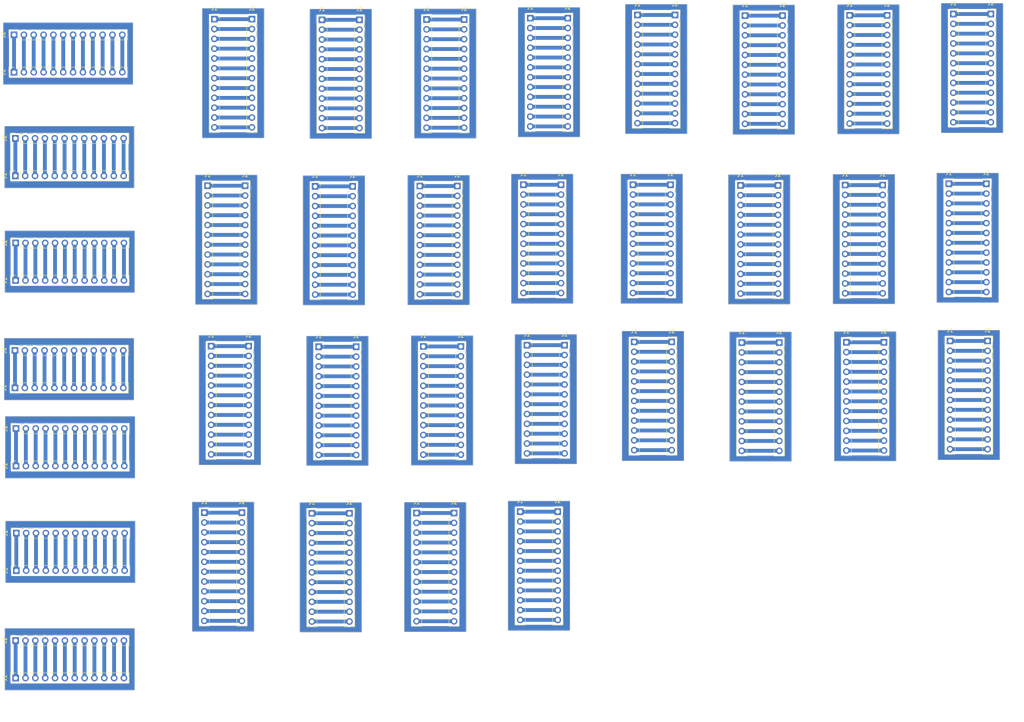
<source format=kicad_pcb>
(kicad_pcb (version 20221018) (generator pcbnew)
  (layers (0 "F.Cu" signal) (31 "B.Cu" signal) (34 "B.Paste" user) (35 "F.Paste" user) (36 "B.SilkS" user "B.Silkscreen") (37 "F.SilkS" user "F.Silkscreen") (38 "B.Mask" user) (39 "F.Mask" user) (44 "Edge.Cuts" user))
  (net 0 "")
  (net 1 "Net-(J1-Pin_1)")
  (net 2 "Net-(J1-Pin_2)")
  (net 3 "Net-(J1-Pin_3)")
  (net 4 "Net-(J1-Pin_4)")
  (net 5 "Net-(J1-Pin_5)")
  (net 6 "Net-(J1-Pin_6)")
  (net 7 "Net-(J1-Pin_7)")
  (net 8 "Net-(J1-Pin_8)")
  (net 9 "Net-(J1-Pin_9)")
  (net 10 "Net-(J1-Pin_10)")
  (net 11 "Net-(J1-Pin_11)")
  (net 12 "Net-(J1-Pin_12)")
  (footprint "Connector_PinSocket_2.54mm:PinSocket_1x12_P2.54mm_Vertical" (layer "F.Cu") (at 155 63.13)
    (fp_text reference "J1")
    (fp_text value "Screw_Terminal_01x12")
  )
  (footprint "Connector_PinSocket_2.54mm:PinSocket_1x12_P2.54mm_Vertical" (layer "F.Cu") (at 23.8 105.91 90)
    (fp_text reference "J2")
    (fp_text value "Screw_Terminal_01x12")
  )
  (footprint "Connector_PinSocket_2.54mm:PinSocket_1x12_P2.54mm_Vertical" (layer "F.Cu") (at 238.32 103.81)
    (fp_text reference "J1")
    (fp_text value "Screw_Terminal_01x12")
  )
  (footprint "Connector_PinSocket_2.54mm:PinSocket_1x12_P2.54mm_Vertical" (layer "F.Cu") (at 23.97 180.82 90)
    (fp_text reference "J2")
    (fp_text value "Screw_Terminal_01x12")
  )
  (footprint "Connector_PinSocket_2.54mm:PinSocket_1x12_P2.54mm_Vertical" (layer "F.Cu") (at 23.55 34.09 90)
    (fp_text reference "J1")
    (fp_text value "Screw_Terminal_01x12")
  )
  (footprint "Connector_PinSocket_2.54mm:PinSocket_1x12_P2.54mm_Vertical" (layer "F.Cu") (at 165.59 104.55)
    (fp_text reference "J2")
    (fp_text value "Screw_Terminal_01x12")
  )
  (footprint "Connector_PinSocket_2.54mm:PinSocket_1x12_P2.54mm_Vertical" (layer "F.Cu") (at 248.84 19.39)
    (fp_text reference "J2")
    (fp_text value "Screw_Terminal_01x12")
  )
  (footprint "Connector_PinSocket_2.54mm:PinSocket_1x12_P2.54mm_Vertical" (layer "F.Cu") (at 128.25 63.47)
    (fp_text reference "J1")
    (fp_text value "Screw_Terminal_01x12")
  )
  (footprint "Connector_PinSocket_2.54mm:PinSocket_1x12_P2.54mm_Vertical" (layer "F.Cu") (at 23.89 60.84 90)
    (fp_text reference "J1")
    (fp_text value "Screw_Terminal_01x12")
  )
  (footprint "Connector_PinSocket_2.54mm:PinSocket_1x12_P2.54mm_Vertical" (layer "F.Cu") (at 163.84 147.55)
    (fp_text reference "J2")
    (fp_text value "Screw_Terminal_01x12")
  )
  (footprint "Connector_PinSocket_2.54mm:PinSocket_1x12_P2.54mm_Vertical" (layer "F.Cu") (at 183.25 63.13)
    (fp_text reference "J1")
    (fp_text value "Screw_Terminal_01x12")
  )
  (footprint "Connector_PinSocket_2.54mm:PinSocket_1x12_P2.54mm_Vertical" (layer "F.Cu") (at 211 63.3)
    (fp_text reference "J1")
    (fp_text value "Screw_Terminal_01x12")
  )
  (footprint "Connector_PinSocket_2.54mm:PinSocket_1x12_P2.54mm_Vertical" (layer "F.Cu") (at 184.41 19.3)
    (fp_text reference "J1")
    (fp_text value "Screw_Terminal_01x12")
  )
  (footprint "Connector_PinSocket_2.54mm:PinSocket_1x12_P2.54mm_Vertical" (layer "F.Cu") (at 221.84 19.47)
    (fp_text reference "J2")
    (fp_text value "Screw_Terminal_01x12")
  )
  (footprint "Connector_PinSocket_2.54mm:PinSocket_1x12_P2.54mm_Vertical" (layer "F.Cu") (at 24.14 153.07 90)
    (fp_text reference "J2")
    (fp_text value "Screw_Terminal_01x12")
  )
  (footprint "Connector_PinSocket_2.54mm:PinSocket_1x12_P2.54mm_Vertical" (layer "F.Cu") (at 100.41 147.97)
    (fp_text reference "J1")
    (fp_text value "Screw_Terminal_01x12")
  )
  (footprint "Connector_PinSocket_2.54mm:PinSocket_1x12_P2.54mm_Vertical" (layer "F.Cu") (at 264.75 62.88)
    (fp_text reference "J1")
    (fp_text value "Screw_Terminal_01x12")
  )
  (footprint "Connector_PinSocket_2.54mm:PinSocket_1x12_P2.54mm_Vertical" (layer "F.Cu") (at 164.68 63.13)
    (fp_text reference "J2")
    (fp_text value "Screw_Terminal_01x12")
  )
  (footprint "Connector_PinSocket_2.54mm:PinSocket_1x12_P2.54mm_Vertical" (layer "F.Cu") (at 23.55 24.41 90)
    (fp_text reference "J2")
    (fp_text value "Screw_Terminal_01x12")
  )
  (footprint "Connector_PinSocket_2.54mm:PinSocket_1x12_P2.54mm_Vertical" (layer "F.Cu") (at 139.68 20.47)
    (fp_text reference "J2")
    (fp_text value "Screw_Terminal_01x12")
  )
  (footprint "Connector_PinSocket_2.54mm:PinSocket_1x12_P2.54mm_Vertical" (layer "F.Cu") (at 183.57 103.72)
    (fp_text reference "J1")
    (fp_text value "Screw_Terminal_01x12")
  )
  (footprint "Connector_PinSocket_2.54mm:PinSocket_1x12_P2.54mm_Vertical" (layer "F.Cu") (at 265.91 19.05)
    (fp_text reference "J1")
    (fp_text value "Screw_Terminal_01x12")
  )
  (footprint "Connector_PinSocket_2.54mm:PinSocket_1x12_P2.54mm_Vertical" (layer "F.Cu") (at 238 63.22)
    (fp_text reference "J1")
    (fp_text value "Screw_Terminal_01x12")
  )
  (footprint "Connector_PinSocket_2.54mm:PinSocket_1x12_P2.54mm_Vertical" (layer "F.Cu") (at 23.8 115.59 90)
    (fp_text reference "J1")
    (fp_text value "Screw_Terminal_01x12")
  )
  (footprint "Connector_PinSocket_2.54mm:PinSocket_1x12_P2.54mm_Vertical" (layer "F.Cu") (at 127.41 147.89)
    (fp_text reference "J1")
    (fp_text value "Screw_Terminal_01x12")
  )
  (footprint "Connector_PinSocket_2.54mm:PinSocket_1x12_P2.54mm_Vertical" (layer "F.Cu") (at 193.25 103.72)
    (fp_text reference "J2")
    (fp_text value "Screw_Terminal_01x12")
  )
  (footprint "Connector_PinSocket_2.54mm:PinSocket_1x12_P2.54mm_Vertical" (layer "F.Cu") (at 23.97 190.5 90)
    (fp_text reference "J1")
    (fp_text value "Screw_Terminal_01x12")
  )
  (footprint "Connector_PinSocket_2.54mm:PinSocket_1x12_P2.54mm_Vertical" (layer "F.Cu") (at 84.09 104.8)
    (fp_text reference "J2")
    (fp_text value "Screw_Terminal_01x12")
  )
  (footprint "Connector_PinSocket_2.54mm:PinSocket_1x12_P2.54mm_Vertical" (layer "F.Cu") (at 110.09 147.97)
    (fp_text reference "J2")
    (fp_text value "Screw_Terminal_01x12")
  )
  (footprint "Connector_PinSocket_2.54mm:PinSocket_1x12_P2.54mm_Vertical" (layer "F.Cu") (at 72.66 147.8)
    (fp_text reference "J1")
    (fp_text value "Screw_Terminal_01x12")
  )
  (footprint "Connector_PinSocket_2.54mm:PinSocket_1x12_P2.54mm_Vertical" (layer "F.Cu") (at 275.59 19.05)
    (fp_text reference "J2")
    (fp_text value "Screw_Terminal_01x12")
  )
  (footprint "Connector_PinSocket_2.54mm:PinSocket_1x12_P2.54mm_Vertical" (layer "F.Cu") (at 83.18 63.38)
    (fp_text reference "J2")
    (fp_text value "Screw_Terminal_01x12")
  )
  (footprint "Connector_PinSocket_2.54mm:PinSocket_1x12_P2.54mm_Vertical" (layer "F.Cu") (at 221 103.89)
    (fp_text reference "J2")
    (fp_text value "Screw_Terminal_01x12")
  )
  (footprint "Connector_PinSocket_2.54mm:PinSocket_1x12_P2.54mm_Vertical" (layer "F.Cu") (at 101.25 63.55)
    (fp_text reference "J1")
    (fp_text value "Screw_Terminal_01x12")
  )
  (footprint "Connector_PinSocket_2.54mm:PinSocket_1x12_P2.54mm_Vertical" (layer "F.Cu") (at 103 20.55)
    (fp_text reference "J1")
    (fp_text value "Screw_Terminal_01x12")
  )
  (footprint "Connector_PinSocket_2.54mm:PinSocket_1x12_P2.54mm_Vertical" (layer "F.Cu") (at 192.93 63.13)
    (fp_text reference "J2")
    (fp_text value "Screw_Terminal_01x12")
  )
  (footprint "Connector_PinSocket_2.54mm:PinSocket_1x12_P2.54mm_Vertical" (layer "F.Cu") (at 24.06 135.75 90)
    (fp_text reference "J1")
    (fp_text value "Screw_Terminal_01x12")
  )
  (footprint "Connector_PinSocket_2.54mm:PinSocket_1x12_P2.54mm_Vertical" (layer "F.Cu") (at 111.84 104.97)
    (fp_text reference "J2")
    (fp_text value "Screw_Terminal_01x12")
  )
  (footprint "Connector_PinSocket_2.54mm:PinSocket_1x12_P2.54mm_Vertical" (layer "F.Cu") (at 138.84 104.89)
    (fp_text reference "J2")
    (fp_text value "Screw_Terminal_01x12")
  )
  (footprint "Connector_PinSocket_2.54mm:PinSocket_1x12_P2.54mm_Vertical" (layer "F.Cu") (at 130 20.47)
    (fp_text reference "J1")
    (fp_text value "Screw_Terminal_01x12")
  )
  (footprint "Connector_PinSocket_2.54mm:PinSocket_1x12_P2.54mm_Vertical" (layer "F.Cu") (at 274.43 62.88)
    (fp_text reference "J2")
    (fp_text value "Screw_Terminal_01x12")
  )
  (footprint "Connector_PinSocket_2.54mm:PinSocket_1x12_P2.54mm_Vertical" (layer "F.Cu") (at 154.16 147.55)
    (fp_text reference "J1")
    (fp_text value "Screw_Terminal_01x12")
  )
  (footprint "Connector_PinSocket_2.54mm:PinSocket_1x12_P2.54mm_Vertical" (layer "F.Cu") (at 24.14 162.75 90)
    (fp_text reference "J1")
    (fp_text value "Screw_Terminal_01x12")
  )
  (footprint "Connector_PinSocket_2.54mm:PinSocket_1x12_P2.54mm_Vertical" (layer "F.Cu") (at 265.07 103.47)
    (fp_text reference "J1")
    (fp_text value "Screw_Terminal_01x12")
  )
  (footprint "Connector_PinSocket_2.54mm:PinSocket_1x12_P2.54mm_Vertical" (layer "F.Cu") (at 74.41 104.8)
    (fp_text reference "J1")
    (fp_text value "Screw_Terminal_01x12")
  )
  (footprint "Connector_PinSocket_2.54mm:PinSocket_1x12_P2.54mm_Vertical" (layer "F.Cu") (at 73.5 63.38)
    (fp_text reference "J1")
    (fp_text value "Screw_Terminal_01x12")
  )
  (footprint "Connector_PinSocket_2.54mm:PinSocket_1x12_P2.54mm_Vertical" (layer "F.Cu") (at 239.16 19.39)
    (fp_text reference "J1")
    (fp_text value "Screw_Terminal_01x12")
  )
  (footprint "Connector_PinSocket_2.54mm:PinSocket_1x12_P2.54mm_Vertical" (layer "F.Cu") (at 129.16 104.89)
    (fp_text reference "J1")
    (fp_text value "Screw_Terminal_01x12")
  )
  (footprint "Connector_PinSocket_2.54mm:PinSocket_1x12_P2.54mm_Vertical" (layer "F.Cu") (at 75.25 20.38)
    (fp_text reference "J1")
    (fp_text value "Screw_Terminal_01x12")
  )
  (footprint "Connector_PinSocket_2.54mm:PinSocket_1x12_P2.54mm_Vertical" (layer "F.Cu") (at 23.97 78.16 90)
    (fp_text reference "J2")
    (fp_text value "Screw_Terminal_01x12")
  )
  (footprint "Connector_PinSocket_2.54mm:PinSocket_1x12_P2.54mm_Vertical" (layer "F.Cu") (at 137.09 147.89)
    (fp_text reference "J2")
    (fp_text value "Screw_Terminal_01x12")
  )
  (footprint "Connector_PinSocket_2.54mm:PinSocket_1x12_P2.54mm_Vertical" (layer "F.Cu") (at 194.09 19.3)
    (fp_text reference "J2")
    (fp_text value "Screw_Terminal_01x12")
  )
  (footprint "Connector_PinSocket_2.54mm:PinSocket_1x12_P2.54mm_Vertical" (layer "F.Cu") (at 82.34 147.8)
    (fp_text reference "J2")
    (fp_text value "Screw_Terminal_01x12")
  )
  (footprint "Connector_PinSocket_2.54mm:PinSocket_1x12_P2.54mm_Vertical" (layer "F.Cu") (at 211.32 103.89)
    (fp_text reference "J1")
    (fp_text value "Screw_Terminal_01x12")
  )
  (footprint "Connector_PinSocket_2.54mm:PinSocket_1x12_P2.54mm_Vertical" (layer "F.Cu") (at 102.16 104.97)
    (fp_text reference "J1")
    (fp_text value "Screw_Terminal_01x12")
  )
  (footprint "Connector_PinSocket_2.54mm:PinSocket_1x12_P2.54mm_Vertical" (layer "F.Cu") (at 212.16 19.47)
    (fp_text reference "J1")
    (fp_text value "Screw_Terminal_01x12")
  )
  (footprint "Connector_PinSocket_2.54mm:PinSocket_1x12_P2.54mm_Vertical" (layer "F.Cu") (at 247.68 63.22)
    (fp_text reference "J2")
    (fp_text value "Screw_Terminal_01x12")
  )
  (footprint "Connector_PinSocket_2.54mm:PinSocket_1x12_P2.54mm_Vertical" (layer "F.Cu") (at 24.06 126.07 90)
    (fp_text reference "J2")
    (fp_text value "Screw_Terminal_01x12")
  )
  (footprint "Connector_PinSocket_2.54mm:PinSocket_1x12_P2.54mm_Vertical" (layer "F.Cu") (at 248 103.81)
    (fp_text reference "J2")
    (fp_text value "Screw_Terminal_01x12")
  )
  (footprint "Connector_PinSocket_2.54mm:PinSocket_1x12_P2.54mm_Vertical" (layer "F.Cu") (at 155.91 104.55)
    (fp_text reference "J1")
    (fp_text value "Screw_Terminal_01x12")
  )
  (footprint "Connector_PinSocket_2.54mm:PinSocket_1x12_P2.54mm_Vertical" (layer "F.Cu") (at 137.93 63.47)
    (fp_text reference "J2")
    (fp_text value "Screw_Terminal_01x12")
  )
  (footprint "Connector_PinSocket_2.54mm:PinSocket_1x12_P2.54mm_Vertical" (layer "F.Cu") (at 84.93 20.38)
    (fp_text reference "J2")
    (fp_text value "Screw_Terminal_01x12")
  )
  (footprint "Connector_PinSocket_2.54mm:PinSocket_1x12_P2.54mm_Vertical" (layer "F.Cu") (at 166.43 20.13)
    (fp_text reference "J2")
    (fp_text value "Screw_Terminal_01x12")
  )
  (footprint "Connector_PinSocket_2.54mm:PinSocket_1x12_P2.54mm_Vertical" (layer "F.Cu") (at 220.68 63.3)
    (fp_text reference "J2")
    (fp_text value "Screw_Terminal_01x12")
  )
  (footprint "Connector_PinSocket_2.54mm:PinSocket_1x12_P2.54mm_Vertical" (layer "F.Cu") (at 23.97 87.84 90)
    (fp_text reference "J1")
    (fp_text value "Screw_Terminal_01x12")
  )
  (footprint "Connector_PinSocket_2.54mm:PinSocket_1x12_P2.54mm_Vertical" (layer "F.Cu") (at 110.93 63.55)
    (fp_text reference "J2")
    (fp_text value "Screw_Terminal_01x12")
  )
  (footprint "Connector_PinSocket_2.54mm:PinSocket_1x12_P2.54mm_Vertical" (layer "F.Cu") (at 23.89 51.16 90)
    (fp_text reference "J2")
    (fp_text value "Screw_Terminal_01x12")
  )
  (footprint "Connector_PinSocket_2.54mm:PinSocket_1x12_P2.54mm_Vertical" (layer "F.Cu") (at 274.75 103.47)
    (fp_text reference "J2")
    (fp_text value "Screw_Terminal_01x12")
  )
  (footprint "Connector_PinSocket_2.54mm:PinSocket_1x12_P2.54mm_Vertical" (layer "F.Cu") (at 156.75 20.13)
    (fp_text reference "J1")
    (fp_text value "Screw_Terminal_01x12")
  )
  (footprint "Connector_PinSocket_2.54mm:PinSocket_1x12_P2.54mm_Vertical" (layer "F.Cu") (at 112.68 20.55)
    (fp_text reference "J2")
    (fp_text value "Screw_Terminal_01x12")
  )
  (gr_rect (start 235.16 101.01) (end 251.16 134.51) (stroke (width 0.1)) (fill none) (layer "Edge.Cuts"))
  (gr_rect (start 236 16.59) (end 252 50.09) (stroke (width 0.1)) (fill none) (layer "Edge.Cuts"))
  (gr_rect (start 153.59 17.33) (end 169.59 50.83) (stroke (width 0.1)) (fill none) (layer "Edge.Cuts"))
  (gr_rect (start 21.17 91) (end 54.67 75) (stroke (width 0.1)) (fill none) (layer "Edge.Cuts"))
  (gr_rect (start 124.25 145.09) (end 140.25 178.59) (stroke (width 0.1)) (fill none) (layer "Edge.Cuts"))
  (gr_rect (start 181.25 16.5) (end 197.25 50) (stroke (width 0.1)) (fill none) (layer "Edge.Cuts"))
  (gr_rect (start 261.91 100.67) (end 277.91 134.17) (stroke (width 0.1)) (fill none) (layer "Edge.Cuts"))
  (gr_rect (start 209 16.67) (end 225 50.17) (stroke (width 0.1)) (fill none) (layer "Edge.Cuts"))
  (gr_rect (start 152.75 101.75) (end 168.75 135.25) (stroke (width 0.1)) (fill none) (layer "Edge.Cuts"))
  (gr_rect (start 99 102.17) (end 115 135.67) (stroke (width 0.1)) (fill none) (layer "Edge.Cuts"))
  (gr_rect (start 20.75 37.25) (end 54.25 21.25) (stroke (width 0.1)) (fill none) (layer "Edge.Cuts"))
  (gr_rect (start 126.84 17.67) (end 142.84 51.17) (stroke (width 0.1)) (fill none) (layer "Edge.Cuts"))
  (gr_rect (start 125.09 60.67) (end 141.09 94.17) (stroke (width 0.1)) (fill none) (layer "Edge.Cuts"))
  (gr_rect (start 71.25 102) (end 87.25 135.5) (stroke (width 0.1)) (fill none) (layer "Edge.Cuts"))
  (gr_rect (start 261.59 60.08) (end 277.59 93.58) (stroke (width 0.1)) (fill none) (layer "Edge.Cuts"))
  (gr_rect (start 262.75 16.25) (end 278.75 49.75) (stroke (width 0.1)) (fill none) (layer "Edge.Cuts"))
  (gr_rect (start 97.25 145.17) (end 113.25 178.67) (stroke (width 0.1)) (fill none) (layer "Edge.Cuts"))
  (gr_rect (start 99.84 17.75) (end 115.84 51.25) (stroke (width 0.1)) (fill none) (layer "Edge.Cuts"))
  (gr_rect (start 72.09 17.58) (end 88.09 51.08) (stroke (width 0.1)) (fill none) (layer "Edge.Cuts"))
  (gr_rect (start 207.84 60.5) (end 223.84 94) (stroke (width 0.1)) (fill none) (layer "Edge.Cuts"))
  (gr_rect (start 234.84 60.42) (end 250.84 93.92) (stroke (width 0.1)) (fill none) (layer "Edge.Cuts"))
  (gr_rect (start 151 144.75) (end 167 178.25) (stroke (width 0.1)) (fill none) (layer "Edge.Cuts"))
  (gr_rect (start 21 118.75) (end 54.5 102.75) (stroke (width 0.1)) (fill none) (layer "Edge.Cuts"))
  (gr_rect (start 21.34 149.91) (end 54.84 165.91) (stroke (width 0.1)) (fill none) (layer "Edge.Cuts"))
  (gr_rect (start 69.5 145) (end 85.5 178.5) (stroke (width 0.1)) (fill none) (layer "Edge.Cuts"))
  (gr_rect (start 126 102.09) (end 142 135.59) (stroke (width 0.1)) (fill none) (layer "Edge.Cuts"))
  (gr_rect (start 98.09 60.75) (end 114.09 94.25) (stroke (width 0.1)) (fill none) (layer "Edge.Cuts"))
  (gr_rect (start 151.84 60.33) (end 167.84 93.83) (stroke (width 0.1)) (fill none) (layer "Edge.Cuts"))
  (gr_rect (start 21.26 122.91) (end 54.76 138.91) (stroke (width 0.1)) (fill none) (layer "Edge.Cuts"))
  (gr_rect (start 21.17 177.66) (end 54.67 193.66) (stroke (width 0.1)) (fill none) (layer "Edge.Cuts"))
  (gr_rect (start 180.41 100.92) (end 196.41 134.42) (stroke (width 0.1)) (fill none) (layer "Edge.Cuts"))
  (gr_rect (start 21.09 64) (end 54.59 48) (stroke (width 0.1)) (fill none) (layer "Edge.Cuts"))
  (gr_rect (start 180.09 60.33) (end 196.09 93.83) (stroke (width 0.1)) (fill none) (layer "Edge.Cuts"))
  (gr_rect (start 70.34 60.58) (end 86.34 94.08) (stroke (width 0.1)) (fill none) (layer "Edge.Cuts"))
  (gr_rect (start 208.16 101.09) (end 224.16 134.59) (stroke (width 0.1)) (fill none) (layer "Edge.Cuts"))
  (segment (start 23.89 51.16) (end 23.89 60.84) (width 1) (layer "B.Cu") (net 1))
  (segment (start 166.43 20.13) (end 156.75 20.13) (width 1) (layer "B.Cu") (net 1))
  (segment (start 84.93 20.38) (end 75.25 20.38) (width 1) (layer "B.Cu") (net 1))
  (segment (start 248.84 19.39) (end 239.16 19.39) (width 1) (layer "B.Cu") (net 1))
  (segment (start 23.8 105.91) (end 23.8 115.59) (width 1) (layer "B.Cu") (net 1))
  (segment (start 23.97 78.16) (end 23.97 87.84) (width 1) (layer "B.Cu") (net 1))
  (segment (start 220.68 63.3) (end 211 63.3) (width 1) (layer "B.Cu") (net 1))
  (segment (start 23.55 24.41) (end 23.55 34.09) (width 1) (layer "B.Cu") (net 1))
  (segment (start 137.93 63.47) (end 128.25 63.47) (width 1) (layer "B.Cu") (net 1))
  (segment (start 83.18 63.38) (end 73.5 63.38) (width 1) (layer "B.Cu") (net 1))
  (segment (start 164.68 63.13) (end 155 63.13) (width 1) (layer "B.Cu") (net 1))
  (segment (start 82.34 147.8) (end 72.66 147.8) (width 1) (layer "B.Cu") (net 1))
  (segment (start 139.68 20.47) (end 130 20.47) (width 1) (layer "B.Cu") (net 1))
  (segment (start 84.09 104.8) (end 74.41 104.8) (width 1) (layer "B.Cu") (net 1))
  (segment (start 110.93 63.55) (end 101.25 63.55) (width 1) (layer "B.Cu") (net 1))
  (segment (start 23.97 180.82) (end 23.97 190.5) (width 1) (layer "B.Cu") (net 1))
  (segment (start 274.75 103.47) (end 265.07 103.47) (width 1) (layer "B.Cu") (net 1))
  (segment (start 137.09 147.89) (end 127.41 147.89) (width 1) (layer "B.Cu") (net 1))
  (segment (start 193.25 103.72) (end 183.57 103.72) (width 1) (layer "B.Cu") (net 1))
  (segment (start 275.59 19.05) (end 265.91 19.05) (width 1) (layer "B.Cu") (net 1))
  (segment (start 221 103.89) (end 211.32 103.89) (width 1) (layer "B.Cu") (net 1))
  (segment (start 247.68 63.22) (end 238 63.22) (width 1) (layer "B.Cu") (net 1))
  (segment (start 194.09 19.3) (end 184.41 19.3) (width 1) (layer "B.Cu") (net 1))
  (segment (start 138.84 104.89) (end 129.16 104.89) (width 1) (layer "B.Cu") (net 1))
  (segment (start 165.59 104.55) (end 155.91 104.55) (width 1) (layer "B.Cu") (net 1))
  (segment (start 110.09 147.97) (end 100.41 147.97) (width 1) (layer "B.Cu") (net 1))
  (segment (start 274.43 62.88) (end 264.75 62.88) (width 1) (layer "B.Cu") (net 1))
  (segment (start 24.14 153.07) (end 24.14 162.75) (width 1) (layer "B.Cu") (net 1))
  (segment (start 111.84 104.97) (end 102.16 104.97) (width 1) (layer "B.Cu") (net 1))
  (segment (start 112.68 20.55) (end 103 20.55) (width 1) (layer "B.Cu") (net 1))
  (segment (start 221.84 19.47) (end 212.16 19.47) (width 1) (layer "B.Cu") (net 1))
  (segment (start 192.93 63.13) (end 183.25 63.13) (width 1) (layer "B.Cu") (net 1))
  (segment (start 248 103.81) (end 238.32 103.81) (width 1) (layer "B.Cu") (net 1))
  (segment (start 24.06 126.07) (end 24.06 135.75) (width 1) (layer "B.Cu") (net 1))
  (segment (start 163.84 147.55) (end 154.16 147.55) (width 1) (layer "B.Cu") (net 1))
  (segment (start 26.34 115.59) (end 26.34 105.91) (width 1) (layer "B.Cu") (net 2))
  (segment (start 75.25 22.92) (end 84.93 22.92) (width 1) (layer "B.Cu") (net 2))
  (segment (start 239.16 21.93) (end 248.84 21.93) (width 1) (layer "B.Cu") (net 2))
  (segment (start 102.16 107.51) (end 111.84 107.51) (width 1) (layer "B.Cu") (net 2))
  (segment (start 130 23.01) (end 139.68 23.01) (width 1) (layer "B.Cu") (net 2))
  (segment (start 183.25 65.67) (end 192.93 65.67) (width 1) (layer "B.Cu") (net 2))
  (segment (start 129.16 107.43) (end 138.84 107.43) (width 1) (layer "B.Cu") (net 2))
  (segment (start 26.6 135.75) (end 26.6 126.07) (width 1) (layer "B.Cu") (net 2))
  (segment (start 265.07 106.01) (end 274.75 106.01) (width 1) (layer "B.Cu") (net 2))
  (segment (start 103 23.09) (end 112.68 23.09) (width 1) (layer "B.Cu") (net 2))
  (segment (start 127.41 150.43) (end 137.09 150.43) (width 1) (layer "B.Cu") (net 2))
  (segment (start 74.41 107.34) (end 84.09 107.34) (width 1) (layer "B.Cu") (net 2))
  (segment (start 154.16 150.09) (end 163.84 150.09) (width 1) (layer "B.Cu") (net 2))
  (segment (start 156.75 22.67) (end 166.43 22.67) (width 1) (layer "B.Cu") (net 2))
  (segment (start 26.68 162.75) (end 26.68 153.07) (width 1) (layer "B.Cu") (net 2))
  (segment (start 265.91 21.59) (end 275.59 21.59) (width 1) (layer "B.Cu") (net 2))
  (segment (start 26.09 34.09) (end 26.09 24.41) (width 1) (layer "B.Cu") (net 2))
  (segment (start 183.57 106.26) (end 193.25 106.26) (width 1) (layer "B.Cu") (net 2))
  (segment (start 211 65.84) (end 220.68 65.84) (width 1) (layer "B.Cu") (net 2))
  (segment (start 238.32 106.35) (end 248 106.35) (width 1) (layer "B.Cu") (net 2))
  (segment (start 155 65.67) (end 164.68 65.67) (width 1) (layer "B.Cu") (net 2))
  (segment (start 73.5 65.92) (end 83.18 65.92) (width 1) (layer "B.Cu") (net 2))
  (segment (start 184.41 21.84) (end 194.09 21.84) (width 1) (layer "B.Cu") (net 2))
  (segment (start 100.41 150.51) (end 110.09 150.51) (width 1) (layer "B.Cu") (net 2))
  (segment (start 238 65.76) (end 247.68 65.76) (width 1) (layer "B.Cu") (net 2))
  (segment (start 211.32 106.43) (end 221 106.43) (width 1) (layer "B.Cu") (net 2))
  (segment (start 128.25 66.01) (end 137.93 66.01) (width 1) (layer "B.Cu") (net 2))
  (segment (start 212.16 22.01) (end 221.84 22.01) (width 1) (layer "B.Cu") (net 2))
  (segment (start 26.51 87.84) (end 26.51 78.16) (width 1) (layer "B.Cu") (net 2))
  (segment (start 101.25 66.09) (end 110.93 66.09) (width 1) (layer "B.Cu") (net 2))
  (segment (start 155.91 107.09) (end 165.59 107.09) (width 1) (layer "B.Cu") (net 2))
  (segment (start 26.51 190.5) (end 26.51 180.82) (width 1) (layer "B.Cu") (net 2))
  (segment (start 72.66 150.34) (end 82.34 150.34) (width 1) (layer "B.Cu") (net 2))
  (segment (start 26.43 60.84) (end 26.43 51.16) (width 1) (layer "B.Cu") (net 2))
  (segment (start 264.75 65.42) (end 274.43 65.42) (width 1) (layer "B.Cu") (net 2))
  (segment (start 28.63 24.41) (end 28.63 34.09) (width 1) (layer "B.Cu") (net 3))
  (segment (start 165.59 109.63) (end 155.91 109.63) (width 1) (layer "B.Cu") (net 3))
  (segment (start 137.93 68.55) (end 128.25 68.55) (width 1) (layer "B.Cu") (net 3))
  (segment (start 248.84 24.47) (end 239.16 24.47) (width 1) (layer "B.Cu") (net 3))
  (segment (start 166.43 25.21) (end 156.75 25.21) (width 1) (layer "B.Cu") (net 3))
  (segment (start 29.14 126.07) (end 29.14 135.75) (width 1) (layer "B.Cu") (net 3))
  (segment (start 274.75 108.55) (end 265.07 108.55) (width 1) (layer "B.Cu") (net 3))
  (segment (start 28.88 105.91) (end 28.88 115.59) (width 1) (layer "B.Cu") (net 3))
  (segment (start 83.18 68.46) (end 73.5 68.46) (width 1) (layer "B.Cu") (net 3))
  (segment (start 139.68 25.55) (end 130 25.55) (width 1) (layer "B.Cu") (net 3))
  (segment (start 29.22 153.07) (end 29.22 162.75) (width 1) (layer "B.Cu") (net 3))
  (segment (start 137.09 152.97) (end 127.41 152.97) (width 1) (layer "B.Cu") (net 3))
  (segment (start 84.93 25.46) (end 75.25 25.46) (width 1) (layer "B.Cu") (net 3))
  (segment (start 29.05 78.16) (end 29.05 87.84) (width 1) (layer "B.Cu") (net 3))
  (segment (start 163.84 152.63) (end 154.16 152.63) (width 1) (layer "B.Cu") (net 3))
  (segment (start 275.59 24.13) (end 265.91 24.13) (width 1) (layer "B.Cu") (net 3))
  (segment (start 84.09 109.88) (end 74.41 109.88) (width 1) (layer "B.Cu") (net 3))
  (segment (start 220.68 68.38) (end 211 68.38) (width 1) (layer "B.Cu") (net 3))
  (segment (start 112.68 25.63) (end 103 25.63) (width 1) (layer "B.Cu") (net 3))
  (segment (start 221.84 24.55) (end 212.16 24.55) (width 1) (layer "B.Cu") (net 3))
  (segment (start 82.34 152.88) (end 72.66 152.88) (width 1) (layer "B.Cu") (net 3))
  (segment (start 111.84 110.05) (end 102.16 110.05) (width 1) (layer "B.Cu") (net 3))
  (segment (start 29.05 180.82) (end 29.05 190.5) (width 1) (layer "B.Cu") (net 3))
  (segment (start 274.43 67.96) (end 264.75 67.96) (width 1) (layer "B.Cu") (net 3))
  (segment (start 164.68 68.21) (end 155 68.21) (width 1) (layer "B.Cu") (net 3))
  (segment (start 193.25 108.8) (end 183.57 108.8) (width 1) (layer "B.Cu") (net 3))
  (segment (start 110.93 68.63) (end 101.25 68.63) (width 1) (layer "B.Cu") (net 3))
  (segment (start 138.84 109.97) (end 129.16 109.97) (width 1) (layer "B.Cu") (net 3))
  (segment (start 110.09 153.05) (end 100.41 153.05) (width 1) (layer "B.Cu") (net 3))
  (segment (start 248 108.89) (end 238.32 108.89) (width 1) (layer "B.Cu") (net 3))
  (segment (start 247.68 68.3) (end 238 68.3) (width 1) (layer "B.Cu") (net 3))
  (segment (start 194.09 24.38) (end 184.41 24.38) (width 1) (layer "B.Cu") (net 3))
  (segment (start 28.97 51.16) (end 28.97 60.84) (width 1) (layer "B.Cu") (net 3))
  (segment (start 192.93 68.21) (end 183.25 68.21) (width 1) (layer "B.Cu") (net 3))
  (segment (start 221 108.97) (end 211.32 108.97) (width 1) (layer "B.Cu") (net 3))
  (segment (start 103 28.17) (end 112.68 28.17) (width 1) (layer "B.Cu") (net 4))
  (segment (start 101.25 71.17) (end 110.93 71.17) (width 1) (layer "B.Cu") (net 4))
  (segment (start 130 28.09) (end 139.68 28.09) (width 1) (layer "B.Cu") (net 4))
  (segment (start 265.91 26.67) (end 275.59 26.67) (width 1) (layer "B.Cu") (net 4))
  (segment (start 154.16 155.17) (end 163.84 155.17) (width 1) (layer "B.Cu") (net 4))
  (segment (start 184.41 26.92) (end 194.09 26.92) (width 1) (layer "B.Cu") (net 4))
  (segment (start 74.41 112.42) (end 84.09 112.42) (width 1) (layer "B.Cu") (net 4))
  (segment (start 128.25 71.09) (end 137.93 71.09) (width 1) (layer "B.Cu") (net 4))
  (segment (start 238.32 111.43) (end 248 111.43) (width 1) (layer "B.Cu") (net 4))
  (segment (start 31.68 135.75) (end 31.68 126.07) (width 1) (layer "B.Cu") (net 4))
  (segment (start 264.75 70.5) (end 274.43 70.5) (width 1) (layer "B.Cu") (net 4))
  (segment (start 238 70.84) (end 247.68 70.84) (width 1) (layer "B.Cu") (net 4))
  (segment (start 31.59 87.84) (end 31.59 78.16) (width 1) (layer "B.Cu") (net 4))
  (segment (start 127.41 155.51) (end 137.09 155.51) (width 1) (layer "B.Cu") (net 4))
  (segment (start 265.07 111.09) (end 274.75 111.09) (width 1) (layer "B.Cu") (net 4))
  (segment (start 73.5 71) (end 83.18 71) (width 1) (layer "B.Cu") (net 4))
  (segment (start 31.17 34.09) (end 31.17 24.41) (width 1) (layer "B.Cu") (net 4))
  (segment (start 31.42 115.59) (end 31.42 105.91) (width 1) (layer "B.Cu") (net 4))
  (segment (start 72.66 155.42) (end 82.34 155.42) (width 1) (layer "B.Cu") (net 4))
  (segment (start 212.16 27.09) (end 221.84 27.09) (width 1) (layer "B.Cu") (net 4))
  (segment (start 156.75 27.75) (end 166.43 27.75) (width 1) (layer "B.Cu") (net 4))
  (segment (start 155 70.75) (end 164.68 70.75) (width 1) (layer "B.Cu") (net 4))
  (segment (start 183.57 111.34) (end 193.25 111.34) (width 1) (layer "B.Cu") (net 4))
  (segment (start 211.32 111.51) (end 221 111.51) (width 1) (layer "B.Cu") (net 4))
  (segment (start 100.41 155.59) (end 110.09 155.59) (width 1) (layer "B.Cu") (net 4))
  (segment (start 31.76 162.75) (end 31.76 153.07) (width 1) (layer "B.Cu") (net 4))
  (segment (start 183.25 70.75) (end 192.93 70.75) (width 1) (layer "B.Cu") (net 4))
  (segment (start 239.16 27.01) (end 248.84 27.01) (width 1) (layer "B.Cu") (net 4))
  (segment (start 211 70.92) (end 220.68 70.92) (width 1) (layer "B.Cu") (net 4))
  (segment (start 102.16 112.59) (end 111.84 112.59) (width 1) (layer "B.Cu") (net 4))
  (segment (start 75.25 28) (end 84.93 28) (width 1) (layer "B.Cu") (net 4))
  (segment (start 31.59 190.5) (end 31.59 180.82) (width 1) (layer "B.Cu") (net 4))
  (segment (start 129.16 112.51) (end 138.84 112.51) (width 1) (layer "B.Cu") (net 4))
  (segment (start 155.91 112.17) (end 165.59 112.17) (width 1) (layer "B.Cu") (net 4))
  (segment (start 31.51 60.84) (end 31.51 51.16) (width 1) (layer "B.Cu") (net 4))
  (segment (start 221 114.05) (end 211.32 114.05) (width 1) (layer "B.Cu") (net 5))
  (segment (start 84.93 30.54) (end 75.25 30.54) (width 1) (layer "B.Cu") (net 5))
  (segment (start 112.68 30.71) (end 103 30.71) (width 1) (layer "B.Cu") (net 5))
  (segment (start 193.25 113.88) (end 183.57 113.88) (width 1) (layer "B.Cu") (net 5))
  (segment (start 247.68 73.38) (end 238 73.38) (width 1) (layer "B.Cu") (net 5))
  (segment (start 34.13 180.82) (end 34.13 190.5) (width 1) (layer "B.Cu") (net 5))
  (segment (start 34.05 51.16) (end 34.05 60.84) (width 1) (layer "B.Cu") (net 5))
  (segment (start 274.43 73.04) (end 264.75 73.04) (width 1) (layer "B.Cu") (net 5))
  (segment (start 33.71 24.41) (end 33.71 34.09) (width 1) (layer "B.Cu") (net 5))
  (segment (start 34.13 78.16) (end 34.13 87.84) (width 1) (layer "B.Cu") (net 5))
  (segment (start 137.09 158.05) (end 127.41 158.05) (width 1) (layer "B.Cu") (net 5))
  (segment (start 248.84 29.55) (end 239.16 29.55) (width 1) (layer "B.Cu") (net 5))
  (segment (start 139.68 30.63) (end 130 30.63) (width 1) (layer "B.Cu") (net 5))
  (segment (start 275.59 29.21) (end 265.91 29.21) (width 1) (layer "B.Cu") (net 5))
  (segment (start 138.84 115.05) (end 129.16 115.05) (width 1) (layer "B.Cu") (net 5))
  (segment (start 163.84 157.71) (end 154.16 157.71) (width 1) (layer "B.Cu") (net 5))
  (segment (start 220.68 73.46) (end 211 73.46) (width 1) (layer "B.Cu") (net 5))
  (segment (start 164.68 73.29) (end 155 73.29) (width 1) (layer "B.Cu") (net 5))
  (segment (start 192.93 73.29) (end 183.25 73.29) (width 1) (layer "B.Cu") (net 5))
  (segment (start 110.09 158.13) (end 100.41 158.13) (width 1) (layer "B.Cu") (net 5))
  (segment (start 221.84 29.63) (end 212.16 29.63) (width 1) (layer "B.Cu") (net 5))
  (segment (start 194.09 29.46) (end 184.41 29.46) (width 1) (layer "B.Cu") (net 5))
  (segment (start 110.93 73.71) (end 101.25 73.71) (width 1) (layer "B.Cu") (net 5))
  (segment (start 84.09 114.96) (end 74.41 114.96) (width 1) (layer "B.Cu") (net 5))
  (segment (start 248 113.97) (end 238.32 113.97) (width 1) (layer "B.Cu") (net 5))
  (segment (start 111.84 115.13) (end 102.16 115.13) (width 1) (layer "B.Cu") (net 5))
  (segment (start 83.18 73.54) (end 73.5 73.54) (width 1) (layer "B.Cu") (net 5))
  (segment (start 34.3 153.07) (end 34.3 162.75) (width 1) (layer "B.Cu") (net 5))
  (segment (start 82.34 157.96) (end 72.66 157.96) (width 1) (layer "B.Cu") (net 5))
  (segment (start 165.59 114.71) (end 155.91 114.71) (width 1) (layer "B.Cu") (net 5))
  (segment (start 166.43 30.29) (end 156.75 30.29) (width 1) (layer "B.Cu") (net 5))
  (segment (start 137.93 73.63) (end 128.25 73.63) (width 1) (layer "B.Cu") (net 5))
  (segment (start 274.75 113.63) (end 265.07 113.63) (width 1) (layer "B.Cu") (net 5))
  (segment (start 33.96 105.91) (end 33.96 115.59) (width 1) (layer "B.Cu") (net 5))
  (segment (start 34.22 126.07) (end 34.22 135.75) (width 1) (layer "B.Cu") (net 5))
  (segment (start 101.25 76.25) (end 110.93 76.25) (width 1) (layer "B.Cu") (net 6))
  (segment (start 36.84 162.75) (end 36.84 153.07) (width 1) (layer "B.Cu") (net 6))
  (segment (start 74.41 117.5) (end 84.09 117.5) (width 1) (layer "B.Cu") (net 6))
  (segment (start 36.25 34.09) (end 36.25 24.41) (width 1) (layer "B.Cu") (net 6))
  (segment (start 211.32 116.59) (end 221 116.59) (width 1) (layer "B.Cu") (net 6))
  (segment (start 212.16 32.17) (end 221.84 32.17) (width 1) (layer "B.Cu") (net 6))
  (segment (start 265.91 31.75) (end 275.59 31.75) (width 1) (layer "B.Cu") (net 6))
  (segment (start 239.16 32.09) (end 248.84 32.09) (width 1) (layer "B.Cu") (net 6))
  (segment (start 127.41 160.59) (end 137.09 160.59) (width 1) (layer "B.Cu") (net 6))
  (segment (start 36.59 60.84) (end 36.59 51.16) (width 1) (layer "B.Cu") (net 6))
  (segment (start 155 75.83) (end 164.68 75.83) (width 1) (layer "B.Cu") (net 6))
  (segment (start 211 76) (end 220.68 76) (width 1) (layer "B.Cu") (net 6))
  (segment (start 265.07 116.17) (end 274.75 116.17) (width 1) (layer "B.Cu") (net 6))
  (segment (start 36.76 135.75) (end 36.76 126.07) (width 1) (layer "B.Cu") (net 6))
  (segment (start 155.91 117.25) (end 165.59 117.25) (width 1) (layer "B.Cu") (net 6))
  (segment (start 184.41 32) (end 194.09 32) (width 1) (layer "B.Cu") (net 6))
  (segment (start 264.75 75.58) (end 274.43 75.58) (width 1) (layer "B.Cu") (net 6))
  (segment (start 130 33.17) (end 139.68 33.17) (width 1) (layer "B.Cu") (net 6))
  (segment (start 183.25 75.83) (end 192.93 75.83) (width 1) (layer "B.Cu") (net 6))
  (segment (start 238 75.92) (end 247.68 75.92) (width 1) (layer "B.Cu") (net 6))
  (segment (start 73.5 76.08) (end 83.18 76.08) (width 1) (layer "B.Cu") (net 6))
  (segment (start 128.25 76.17) (end 137.93 76.17) (width 1) (layer "B.Cu") (net 6))
  (segment (start 36.5 115.59) (end 36.5 105.91) (width 1) (layer "B.Cu") (net 6))
  (segment (start 36.67 87.84) (end 36.67 78.16) (width 1) (layer "B.Cu") (net 6))
  (segment (start 100.41 160.67) (end 110.09 160.67) (width 1) (layer "B.Cu") (net 6))
  (segment (start 129.16 117.59) (end 138.84 117.59) (width 1) (layer "B.Cu") (net 6))
  (segment (start 183.57 116.42) (end 193.25 116.42) (width 1) (layer "B.Cu") (net 6))
  (segment (start 102.16 117.67) (end 111.84 117.67) (width 1) (layer "B.Cu") (net 6))
  (segment (start 103 33.25) (end 112.68 33.25) (width 1) (layer "B.Cu") (net 6))
  (segment (start 72.66 160.5) (end 82.34 160.5) (width 1) (layer "B.Cu") (net 6))
  (segment (start 36.67 190.5) (end 36.67 180.82) (width 1) (layer "B.Cu") (net 6))
  (segment (start 238.32 116.51) (end 248 116.51) (width 1) (layer "B.Cu") (net 6))
  (segment (start 75.25 33.08) (end 84.93 33.08) (width 1) (layer "B.Cu") (net 6))
  (segment (start 156.75 32.83) (end 166.43 32.83) (width 1) (layer "B.Cu") (net 6))
  (segment (start 154.16 160.25) (end 163.84 160.25) (width 1) (layer "B.Cu") (net 6))
  (segment (start 39.21 78.16) (end 39.21 87.84) (width 1) (layer "B.Cu") (net 7))
  (segment (start 164.68 78.37) (end 155 78.37) (width 1) (layer "B.Cu") (net 7))
  (segment (start 39.04 105.91) (end 39.04 115.59) (width 1) (layer "B.Cu") (net 7))
  (segment (start 163.84 162.79) (end 154.16 162.79) (width 1) (layer "B.Cu") (net 7))
  (segment (start 137.09 163.13) (end 127.41 163.13) (width 1) (layer "B.Cu") (net 7))
  (segment (start 112.68 35.79) (end 103 35.79) (width 1) (layer "B.Cu") (net 7))
  (segment (start 139.68 35.71) (end 130 35.71) (width 1) (layer "B.Cu") (net 7))
  (segment (start 221 119.13) (end 211.32 119.13) (width 1) (layer "B.Cu") (net 7))
  (segment (start 111.84 120.21) (end 102.16 120.21) (width 1) (layer "B.Cu") (net 7))
  (segment (start 192.93 78.37) (end 183.25 78.37) (width 1) (layer "B.Cu") (net 7))
  (segment (start 274.75 118.71) (end 265.07 118.71) (width 1) (layer "B.Cu") (net 7))
  (segment (start 39.21 180.82) (end 39.21 190.5) (width 1) (layer "B.Cu") (net 7))
  (segment (start 166.43 35.37) (end 156.75 35.37) (width 1) (layer "B.Cu") (net 7))
  (segment (start 248.84 34.63) (end 239.16 34.63) (width 1) (layer "B.Cu") (net 7))
  (segment (start 221.84 34.71) (end 212.16 34.71) (width 1) (layer "B.Cu") (net 7))
  (segment (start 84.09 120.04) (end 74.41 120.04) (width 1) (layer "B.Cu") (net 7))
  (segment (start 138.84 120.13) (end 129.16 120.13) (width 1) (layer "B.Cu") (net 7))
  (segment (start 220.68 78.54) (end 211 78.54) (width 1) (layer "B.Cu") (net 7))
  (segment (start 39.38 153.07) (end 39.38 162.75) (width 1) (layer "B.Cu") (net 7))
  (segment (start 193.25 118.96) (end 183.57 118.96) (width 1) (layer "B.Cu") (net 7))
  (segment (start 39.13 51.16) (end 39.13 60.84) (width 1) (layer "B.Cu") (net 7))
  (segment (start 274.43 78.12) (end 264.75 78.12) (width 1) (layer "B.Cu") (net 7))
  (segment (start 110.93 78.79) (end 101.25 78.79) (width 1) (layer "B.Cu") (net 7))
  (segment (start 110.09 163.21) (end 100.41 163.21) (width 1) (layer "B.Cu") (net 7))
  (segment (start 82.34 163.04) (end 72.66 163.04) (width 1) (layer "B.Cu") (net 7))
  (segment (start 165.59 119.79) (end 155.91 119.79) (width 1) (layer "B.Cu") (net 7))
  (segment (start 275.59 34.29) (end 265.91 34.29) (width 1) (layer "B.Cu") (net 7))
  (segment (start 248 119.05) (end 238.32 119.05) (width 1) (layer "B.Cu") (net 7))
  (segment (start 84.93 35.62) (end 75.25 35.62) (width 1) (layer "B.Cu") (net 7))
  (segment (start 137.93 78.71) (end 128.25 78.71) (width 1) (layer "B.Cu") (net 7))
  (segment (start 39.3 126.07) (end 39.3 135.75) (width 1) (layer "B.Cu") (net 7))
  (segment (start 194.09 34.54) (end 184.41 34.54) (width 1) (layer "B.Cu") (net 7))
  (segment (start 247.68 78.46) (end 238 78.46) (width 1) (layer "B.Cu") (net 7))
  (segment (start 38.79 24.41) (end 38.79 34.09) (width 1) (layer "B.Cu") (net 7))
  (segment (start 83.18 78.62) (end 73.5 78.62) (width 1) (layer "B.Cu") (net 7))
  (segment (start 41.75 87.84) (end 41.75 78.16) (width 1) (layer "B.Cu") (net 8))
  (segment (start 184.41 37.08) (end 194.09 37.08) (width 1) (layer "B.Cu") (net 8))
  (segment (start 155.91 122.33) (end 165.59 122.33) (width 1) (layer "B.Cu") (net 8))
  (segment (start 211 81.08) (end 220.68 81.08) (width 1) (layer "B.Cu") (net 8))
  (segment (start 239.16 37.17) (end 248.84 37.17) (width 1) (layer "B.Cu") (net 8))
  (segment (start 265.07 121.25) (end 274.75 121.25) (width 1) (layer "B.Cu") (net 8))
  (segment (start 101.25 81.33) (end 110.93 81.33) (width 1) (layer "B.Cu") (net 8))
  (segment (start 41.92 162.75) (end 41.92 153.07) (width 1) (layer "B.Cu") (net 8))
  (segment (start 211.32 121.67) (end 221 121.67) (width 1) (layer "B.Cu") (net 8))
  (segment (start 238.32 121.59) (end 248 121.59) (width 1) (layer "B.Cu") (net 8))
  (segment (start 73.5 81.16) (end 83.18 81.16) (width 1) (layer "B.Cu") (net 8))
  (segment (start 128.25 81.25) (end 137.93 81.25) (width 1) (layer "B.Cu") (net 8))
  (segment (start 100.41 165.75) (end 110.09 165.75) (width 1) (layer "B.Cu") (net 8))
  (segment (start 103 38.33) (end 112.68 38.33) (width 1) (layer "B.Cu") (net 8))
  (segment (start 129.16 122.67) (end 138.84 122.67) (width 1) (layer "B.Cu") (net 8))
  (segment (start 41.67 60.84) (end 41.67 51.16) (width 1) (layer "B.Cu") (net 8))
  (segment (start 41.84 135.75) (end 41.84 126.07) (width 1) (layer "B.Cu") (net 8))
  (segment (start 72.66 165.58) (end 82.34 165.58) (width 1) (layer "B.Cu") (net 8))
  (segment (start 41.75 190.5) (end 41.75 180.82) (width 1) (layer "B.Cu") (net 8))
  (segment (start 183.25 80.91) (end 192.93 80.91) (width 1) (layer "B.Cu") (net 8))
  (segment (start 212.16 37.25) (end 221.84 37.25) (width 1) (layer "B.Cu") (net 8))
  (segment (start 41.58 115.59) (end 41.58 105.91) (width 1) (layer "B.Cu") (net 8))
  (segment (start 74.41 122.58) (end 84.09 122.58) (width 1) (layer "B.Cu") (net 8))
  (segment (start 238 81) (end 247.68 81) (width 1) (layer "B.Cu") (net 8))
  (segment (start 75.25 38.16) (end 84.93 38.16) (width 1) (layer "B.Cu") (net 8))
  (segment (start 41.33 34.09) (end 41.33 24.41) (width 1) (layer "B.Cu") (net 8))
  (segment (start 156.75 37.91) (end 166.43 37.91) (width 1) (layer "B.Cu") (net 8))
  (segment (start 183.57 121.5) (end 193.25 121.5) (width 1) (layer "B.Cu") (net 8))
  (segment (start 265.91 36.83) (end 275.59 36.83) (width 1) (layer "B.Cu") (net 8))
  (segment (start 102.16 122.75) (end 111.84 122.75) (width 1) (layer "B.Cu") (net 8))
  (segment (start 127.41 165.67) (end 137.09 165.67) (width 1) (layer "B.Cu") (net 8))
  (segment (start 264.75 80.66) (end 274.43 80.66) (width 1) (layer "B.Cu") (net 8))
  (segment (start 154.16 165.33) (end 163.84 165.33) (width 1) (layer "B.Cu") (net 8))
  (segment (start 155 80.91) (end 164.68 80.91) (width 1) (layer "B.Cu") (net 8))
  (segment (start 130 38.25) (end 139.68 38.25) (width 1) (layer "B.Cu") (net 8))
  (segment (start 163.84 167.87) (end 154.16 167.87) (width 1) (layer "B.Cu") (net 9))
  (segment (start 43.87 24.41) (end 43.87 34.09) (width 1) (layer "B.Cu") (net 9))
  (segment (start 84.09 125.12) (end 74.41 125.12) (width 1) (layer "B.Cu") (net 9))
  (segment (start 44.29 78.16) (end 44.29 87.84) (width 1) (layer "B.Cu") (net 9))
  (segment (start 137.93 83.79) (end 128.25 83.79) (width 1) (layer "B.Cu") (net 9))
  (segment (start 193.25 124.04) (end 183.57 124.04) (width 1) (layer "B.Cu") (net 9))
  (segment (start 220.68 83.62) (end 211 83.62) (width 1) (layer "B.Cu") (net 9))
  (segment (start 44.38 126.07) (end 44.38 135.75) (width 1) (layer "B.Cu") (net 9))
  (segment (start 247.68 83.54) (end 238 83.54) (width 1) (layer "B.Cu") (net 9))
  (segment (start 248.84 39.71) (end 239.16 39.71) (width 1) (layer "B.Cu") (net 9))
  (segment (start 138.84 125.21) (end 129.16 125.21) (width 1) (layer "B.Cu") (net 9))
  (segment (start 274.43 83.2) (end 264.75 83.2) (width 1) (layer "B.Cu") (net 9))
  (segment (start 192.93 83.45) (end 183.25 83.45) (width 1) (layer "B.Cu") (net 9))
  (segment (start 110.09 168.29) (end 100.41 168.29) (width 1) (layer "B.Cu") (net 9))
  (segment (start 84.93 40.7) (end 75.25 40.7) (width 1) (layer "B.Cu") (net 9))
  (segment (start 110.93 83.87) (end 101.25 83.87) (width 1) (layer "B.Cu") (net 9))
  (segment (start 248 124.13) (end 238.32 124.13) (width 1) (layer "B.Cu") (net 9))
  (segment (start 221 124.21) (end 211.32 124.21) (width 1) (layer "B.Cu") (net 9))
  (segment (start 164.68 83.45) (end 155 83.45) (width 1) (layer "B.Cu") (net 9))
  (segment (start 82.34 168.12) (end 72.66 168.12) (width 1) (layer "B.Cu") (net 9))
  (segment (start 44.29 180.82) (end 44.29 190.5) (width 1) (layer "B.Cu") (net 9))
  (segment (start 275.59 39.37) (end 265.91 39.37) (width 1) (layer "B.Cu") (net 9))
  (segment (start 137.09 168.21) (end 127.41 168.21) (width 1) (layer "B.Cu") (net 9))
  (segment (start 44.21 51.16) (end 44.21 60.84) (width 1) (layer "B.Cu") (net 9))
  (segment (start 274.75 123.79) (end 265.07 123.79) (width 1) (layer "B.Cu") (net 9))
  (segment (start 111.84 125.29) (end 102.16 125.29) (width 1) (layer "B.Cu") (net 9))
  (segment (start 221.84 39.79) (end 212.16 39.79) (width 1) (layer "B.Cu") (net 9))
  (segment (start 165.59 124.87) (end 155.91 124.87) (width 1) (layer "B.Cu") (net 9))
  (segment (start 139.68 40.79) (end 130 40.79) (width 1) (layer "B.Cu") (net 9))
  (segment (start 83.18 83.7) (end 73.5 83.7) (width 1) (layer "B.Cu") (net 9))
  (segment (start 112.68 40.87) (end 103 40.87) (width 1) (layer "B.Cu") (net 9))
  (segment (start 194.09 39.62) (end 184.41 39.62) (width 1) (layer "B.Cu") (net 9))
  (segment (start 44.12 105.91) (end 44.12 115.59) (width 1) (layer "B.Cu") (net 9))
  (segment (start 166.43 40.45) (end 156.75 40.45) (width 1) (layer "B.Cu") (net 9))
  (segment (start 44.46 153.07) (end 44.46 162.75) (width 1) (layer "B.Cu") (net 9))
  (segment (start 265.07 126.33) (end 274.75 126.33) (width 1) (layer "B.Cu") (net 10))
  (segment (start 156.75 42.99) (end 166.43 42.99) (width 1) (layer "B.Cu") (net 10))
  (segment (start 46.75 60.84) (end 46.75 51.16) (width 1) (layer "B.Cu") (net 10))
  (segment (start 73.5 86.24) (end 83.18 86.24) (width 1) (layer "B.Cu") (net 10))
  (segment (start 46.83 190.5) (end 46.83 180.82) (width 1) (layer "B.Cu") (net 10))
  (segment (start 155.91 127.41) (end 165.59 127.41) (width 1) (layer "B.Cu") (net 10))
  (segment (start 46.83 87.84) (end 46.83 78.16) (width 1) (layer "B.Cu") (net 10))
  (segment (start 46.92 135.75) (end 46.92 126.07) (width 1) (layer "B.Cu") (net 10))
  (segment (start 100.41 170.83) (end 110.09 170.83) (width 1) (layer "B.Cu") (net 10))
  (segment (start 101.25 86.41) (end 110.93 86.41) (width 1) (layer "B.Cu") (net 10))
  (segment (start 128.25 86.33) (end 137.93 86.33) (width 1) (layer "B.Cu") (net 10))
  (segment (start 72.66 170.66) (end 82.34 170.66) (width 1) (layer "B.Cu") (net 10))
  (segment (start 129.16 127.75) (end 138.84 127.75) (width 1) (layer "B.Cu") (net 10))
  (segment (start 211 86.16) (end 220.68 86.16) (width 1) (layer "B.Cu") (net 10))
  (segment (start 239.16 42.25) (end 248.84 42.25) (width 1) (layer "B.Cu") (net 10))
  (segment (start 155 85.99) (end 164.68 85.99) (width 1) (layer "B.Cu") (net 10))
  (segment (start 183.25 85.99) (end 192.93 85.99) (width 1) (layer "B.Cu") (net 10))
  (segment (start 184.41 42.16) (end 194.09 42.16) (width 1) (layer "B.Cu") (net 10))
  (segment (start 47 162.75) (end 47 153.07) (width 1) (layer "B.Cu") (net 10))
  (segment (start 264.75 85.74) (end 274.43 85.74) (width 1) (layer "B.Cu") (net 10))
  (segment (start 238.32 126.67) (end 248 126.67) (width 1) (layer "B.Cu") (net 10))
  (segment (start 183.57 126.58) (end 193.25 126.58) (width 1) (layer "B.Cu") (net 10))
  (segment (start 46.66 115.59) (end 46.66 105.91) (width 1) (layer "B.Cu") (net 10))
  (segment (start 46.41 34.09) (end 46.41 24.41) (width 1) (layer "B.Cu") (net 10))
  (segment (start 130 43.33) (end 139.68 43.33) (width 1) (layer "B.Cu") (net 10))
  (segment (start 102.16 127.83) (end 111.84 127.83) (width 1) (layer "B.Cu") (net 10))
  (segment (start 127.41 170.75) (end 137.09 170.75) (width 1) (layer "B.Cu") (net 10))
  (segment (start 212.16 42.33) (end 221.84 42.33) (width 1) (layer "B.Cu") (net 10))
  (segment (start 103 43.41) (end 112.68 43.41) (width 1) (layer "B.Cu") (net 10))
  (segment (start 74.41 127.66) (end 84.09 127.66) (width 1) (layer "B.Cu") (net 10))
  (segment (start 265.91 41.91) (end 275.59 41.91) (width 1) (layer "B.Cu") (net 10))
  (segment (start 154.16 170.41) (end 163.84 170.41) (width 1) (layer "B.Cu") (net 10))
  (segment (start 238 86.08) (end 247.68 86.08) (width 1) (layer "B.Cu") (net 10))
  (segment (start 211.32 126.75) (end 221 126.75) (width 1) (layer "B.Cu") (net 10))
  (segment (start 75.25 43.24) (end 84.93 43.24) (width 1) (layer "B.Cu") (net 10))
  (segment (start 164.68 88.53) (end 155 88.53) (width 1) (layer "B.Cu") (net 11))
  (segment (start 48.95 24.41) (end 48.95 34.09) (width 1) (layer "B.Cu") (net 11))
  (segment (start 193.25 129.12) (end 183.57 129.12) (width 1) (layer "B.Cu") (net 11))
  (segment (start 49.29 51.16) (end 49.29 60.84) (width 1) (layer "B.Cu") (net 11))
  (segment (start 137.09 173.29) (end 127.41 173.29) (width 1) (layer "B.Cu") (net 11))
  (segment (start 248 129.21) (end 238.32 129.21) (width 1) (layer "B.Cu") (net 11))
  (segment (start 248.84 44.79) (end 239.16 44.79) (width 1) (layer "B.Cu") (net 11))
  (segment (start 84.93 45.78) (end 75.25 45.78) (width 1) (layer "B.Cu") (net 11))
  (segment (start 82.34 173.2) (end 72.66 173.2) (width 1) (layer "B.Cu") (net 11))
  (segment (start 192.93 88.53) (end 183.25 88.53) (width 1) (layer "B.Cu") (net 11))
  (segment (start 49.37 78.16) (end 49.37 87.84) (width 1) (layer "B.Cu") (net 11))
  (segment (start 112.68 45.95) (end 103 45.95) (width 1) (layer "B.Cu") (net 11))
  (segment (start 49.46 126.07) (end 49.46 135.75) (width 1) (layer "B.Cu") (net 11))
  (segment (start 84.09 130.2) (end 74.41 130.2) (width 1) (layer "B.Cu") (net 11))
  (segment (start 163.84 172.95) (end 154.16 172.95) (width 1) (layer "B.Cu") (net 11))
  (segment (start 221.84 44.87) (end 212.16 44.87) (width 1) (layer "B.Cu") (net 11))
  (segment (start 247.68 88.62) (end 238 88.62) (width 1) (layer "B.Cu") (net 11))
  (segment (start 49.54 153.07) (end 49.54 162.75) (width 1) (layer "B.Cu") (net 11))
  (segment (start 221 129.29) (end 211.32 129.29) (width 1) (layer "B.Cu") (net 11))
  (segment (start 166.43 45.53) (end 156.75 45.53) (width 1) (layer "B.Cu") (net 11))
  (segment (start 138.84 130.29) (end 129.16 130.29) (width 1) (layer "B.Cu") (net 11))
  (segment (start 165.59 129.95) (end 155.91 129.95) (width 1) (layer "B.Cu") (net 11))
  (segment (start 49.37 180.82) (end 49.37 190.5) (width 1) (layer "B.Cu") (net 11))
  (segment (start 110.93 88.95) (end 101.25 88.95) (width 1) (layer "B.Cu") (net 11))
  (segment (start 137.93 88.87) (end 128.25 88.87) (width 1) (layer "B.Cu") (net 11))
  (segment (start 274.43 88.28) (end 264.75 88.28) (width 1) (layer "B.Cu") (net 11))
  (segment (start 275.59 44.45) (end 265.91 44.45) (width 1) (layer "B.Cu") (net 11))
  (segment (start 194.09 44.7) (end 184.41 44.7) (width 1) (layer "B.Cu") (net 11))
  (segment (start 274.75 128.87) (end 265.07 128.87) (width 1) (layer "B.Cu") (net 11))
  (segment (start 139.68 45.87) (end 130 45.87) (width 1) (layer "B.Cu") (net 11))
  (segment (start 49.2 105.91) (end 49.2 115.59) (width 1) (layer "B.Cu") (net 11))
  (segment (start 83.18 88.78) (end 73.5 88.78) (width 1) (layer "B.Cu") (net 11))
  (segment (start 110.09 173.37) (end 100.41 173.37) (width 1) (layer "B.Cu") (net 11))
  (segment (start 111.84 130.37) (end 102.16 130.37) (width 1) (layer "B.Cu") (net 11))
  (segment (start 220.68 88.7) (end 211 88.7) (width 1) (layer "B.Cu") (net 11))
  (segment (start 51.91 87.84) (end 51.91 78.16) (width 1) (layer "B.Cu") (net 12))
  (segment (start 51.83 60.84) (end 51.83 51.16) (width 1) (layer "B.Cu") (net 12))
  (segment (start 156.75 48.07) (end 166.43 48.07) (width 1) (layer "B.Cu") (net 12))
  (segment (start 103 48.49) (end 112.68 48.49) (width 1) (layer "B.Cu") (net 12))
  (segment (start 102.16 132.91) (end 111.84 132.91) (width 1) (layer "B.Cu") (net 12))
  (segment (start 265.91 46.99) (end 275.59 46.99) (width 1) (layer "B.Cu") (net 12))
  (segment (start 75.25 48.32) (end 84.93 48.32) (width 1) (layer "B.Cu") (net 12))
  (segment (start 265.07 131.41) (end 274.75 131.41) (width 1) (layer "B.Cu") (net 12))
  (segment (start 183.57 131.66) (end 193.25 131.66) (width 1) (layer "B.Cu") (net 12))
  (segment (start 184.41 47.24) (end 194.09 47.24) (width 1) (layer "B.Cu") (net 12))
  (segment (start 72.66 175.74) (end 82.34 175.74) (width 1) (layer "B.Cu") (net 12))
  (segment (start 212.16 47.41) (end 221.84 47.41) (width 1) (layer "B.Cu") (net 12))
  (segment (start 238.32 131.75) (end 248 131.75) (width 1) (layer "B.Cu") (net 12))
  (segment (start 264.75 90.82) (end 274.43 90.82) (width 1) (layer "B.Cu") (net 12))
  (segment (start 74.41 132.74) (end 84.09 132.74) (width 1) (layer "B.Cu") (net 12))
  (segment (start 211 91.24) (end 220.68 91.24) (width 1) (layer "B.Cu") (net 12))
  (segment (start 239.16 47.33) (end 248.84 47.33) (width 1) (layer "B.Cu") (net 12))
  (segment (start 238 91.16) (end 247.68 91.16) (width 1) (layer "B.Cu") (net 12))
  (segment (start 51.74 115.59) (end 51.74 105.91) (width 1) (layer "B.Cu") (net 12))
  (segment (start 73.5 91.32) (end 83.18 91.32) (width 1) (layer "B.Cu") (net 12))
  (segment (start 183.25 91.07) (end 192.93 91.07) (width 1) (layer "B.Cu") (net 12))
  (segment (start 101.25 91.49) (end 110.93 91.49) (width 1) (layer "B.Cu") (net 12))
  (segment (start 130 48.41) (end 139.68 48.41) (width 1) (layer "B.Cu") (net 12))
  (segment (start 129.16 132.83) (end 138.84 132.83) (width 1) (layer "B.Cu") (net 12))
  (segment (start 211.32 131.83) (end 221 131.83) (width 1) (layer "B.Cu") (net 12))
  (segment (start 51.91 190.5) (end 51.91 180.82) (width 1) (layer "B.Cu") (net 12))
  (segment (start 52.08 162.75) (end 52.08 153.07) (width 1) (layer "B.Cu") (net 12))
  (segment (start 52 135.75) (end 52 126.07) (width 1) (layer "B.Cu") (net 12))
  (segment (start 51.49 34.09) (end 51.49 24.41) (width 1) (layer "B.Cu") (net 12))
  (segment (start 154.16 175.49) (end 163.84 175.49) (width 1) (layer "B.Cu") (net 12))
  (segment (start 100.41 175.91) (end 110.09 175.91) (width 1) (layer "B.Cu") (net 12))
  (segment (start 155 91.07) (end 164.68 91.07) (width 1) (layer "B.Cu") (net 12))
  (segment (start 127.41 175.83) (end 137.09 175.83) (width 1) (layer "B.Cu") (net 12))
  (segment (start 155.91 132.49) (end 165.59 132.49) (width 1) (layer "B.Cu") (net 12))
  (segment (start 128.25 91.41) (end 137.93 91.41) (width 1) (layer "B.Cu") (net 12))
  (zone (net 0) (net_name "") (layer "B.Cu") (connect_pads (clearance 0.5)) (min_thickness 0.25) (fill yes (thermal_gap 0.5) (thermal_bridge_width 0.5) (island_removal_mode 1) (island_area_min 10))
    (polygon (pts (xy 114.09 60.75) (xy 98.09 60.75) (xy 98.09 94.25) (xy 114.09 94.25)))
  )
  (zone (net 0) (net_name "") (layer "B.Cu") (connect_pads (clearance 0.5)) (min_thickness 0.25) (fill yes (thermal_gap 0.5) (thermal_bridge_width 0.5) (island_removal_mode 1) (island_area_min 10))
    (polygon (pts (xy 225 16.67) (xy 209 16.67) (xy 209 50.17) (xy 225 50.17)))
  )
  (zone (net 0) (net_name "") (layer "B.Cu") (connect_pads (clearance 0.5)) (min_thickness 0.25) (fill yes (thermal_gap 0.5) (thermal_bridge_width 0.5) (island_removal_mode 1) (island_area_min 10))
    (polygon (pts (xy 21.09 48) (xy 21.09 64) (xy 54.59 64) (xy 54.59 48)))
  )
  (zone (net 0) (net_name "") (layer "B.Cu") (connect_pads (clearance 0.5)) (min_thickness 0.25) (fill yes (thermal_gap 0.5) (thermal_bridge_width 0.5) (island_removal_mode 1) (island_area_min 10))
    (polygon (pts (xy 142 102.09) (xy 126 102.09) (xy 126 135.59) (xy 142 135.59)))
  )
  (zone (net 0) (net_name "") (layer "B.Cu") (connect_pads (clearance 0.5)) (min_thickness 0.25) (fill yes (thermal_gap 0.5) (thermal_bridge_width 0.5) (island_removal_mode 1) (island_area_min 10))
    (polygon (pts (xy 278.75 16.25) (xy 262.75 16.25) (xy 262.75 49.75) (xy 278.75 49.75)))
  )
  (zone (net 0) (net_name "") (layer "B.Cu") (connect_pads (clearance 0.5)) (min_thickness 0.25) (fill yes (thermal_gap 0.5) (thermal_bridge_width 0.5) (island_removal_mode 1) (island_area_min 10))
    (polygon (pts (xy 168.75 101.75) (xy 152.75 101.75) (xy 152.75 135.25) (xy 168.75 135.25)))
  )
  (zone (net 0) (net_name "") (layer "B.Cu") (connect_pads (clearance 0.5)) (min_thickness 0.25) (fill yes (thermal_gap 0.5) (thermal_bridge_width 0.5) (island_removal_mode 1) (island_area_min 10))
    (polygon (pts (xy 21.17 75) (xy 21.17 91) (xy 54.67 91) (xy 54.67 75)))
  )
  (zone (net 0) (net_name "") (layer "B.Cu") (connect_pads (clearance 0.5)) (min_thickness 0.25) (fill yes (thermal_gap 0.5) (thermal_bridge_width 0.5) (island_removal_mode 1) (island_area_min 10))
    (polygon (pts (xy 21 102.75) (xy 21 118.75) (xy 54.5 118.75) (xy 54.5 102.75)))
  )
  (zone (net 0) (net_name "") (layer "B.Cu") (connect_pads (clearance 0.5)) (min_thickness 0.25) (fill yes (thermal_gap 0.5) (thermal_bridge_width 0.5) (island_removal_mode 1) (island_area_min 10))
    (polygon (pts (xy 21.26 122.91) (xy 21.26 138.91) (xy 54.76 138.91) (xy 54.76 122.91)))
  )
  (zone (net 0) (net_name "") (layer "B.Cu") (connect_pads (clearance 0.5)) (min_thickness 0.25) (fill yes (thermal_gap 0.5) (thermal_bridge_width 0.5) (island_removal_mode 1) (island_area_min 10))
    (polygon (pts (xy 251.16 101.01) (xy 235.16 101.01) (xy 235.16 134.51) (xy 251.16 134.51)))
  )
  (zone (net 0) (net_name "") (layer "B.Cu") (connect_pads (clearance 0.5)) (min_thickness 0.25) (fill yes (thermal_gap 0.5) (thermal_bridge_width 0.5) (island_removal_mode 1) (island_area_min 10))
    (polygon (pts (xy 223.84 60.5) (xy 207.84 60.5) (xy 207.84 94) (xy 223.84 94)))
  )
  (zone (net 0) (net_name "") (layer "B.Cu") (connect_pads (clearance 0.5)) (min_thickness 0.25) (fill yes (thermal_gap 0.5) (thermal_bridge_width 0.5) (island_removal_mode 1) (island_area_min 10))
    (polygon (pts (xy 142.84 17.67) (xy 126.84 17.67) (xy 126.84 51.17) (xy 142.84 51.17)))
  )
  (zone (net 0) (net_name "") (layer "B.Cu") (connect_pads (clearance 0.5)) (min_thickness 0.25) (fill yes (thermal_gap 0.5) (thermal_bridge_width 0.5) (island_removal_mode 1) (island_area_min 10))
    (polygon (pts (xy 88.09 17.58) (xy 72.09 17.58) (xy 72.09 51.08) (xy 88.09 51.08)))
  )
  (zone (net 0) (net_name "") (layer "B.Cu") (connect_pads (clearance 0.5)) (min_thickness 0.25) (fill yes (thermal_gap 0.5) (thermal_bridge_width 0.5) (island_removal_mode 1) (island_area_min 10))
    (polygon (pts (xy 252 16.59) (xy 236 16.59) (xy 236 50.09) (xy 252 50.09)))
  )
  (zone (net 0) (net_name "") (layer "B.Cu") (connect_pads (clearance 0.5)) (min_thickness 0.25) (fill yes (thermal_gap 0.5) (thermal_bridge_width 0.5) (island_removal_mode 1) (island_area_min 10))
    (polygon (pts (xy 115.84 17.75) (xy 99.84 17.75) (xy 99.84 51.25) (xy 115.84 51.25)))
  )
  (zone (net 0) (net_name "") (layer "B.Cu") (connect_pads (clearance 0.5)) (min_thickness 0.25) (fill yes (thermal_gap 0.5) (thermal_bridge_width 0.5) (island_removal_mode 1) (island_area_min 10))
    (polygon (pts (xy 140.25 145.09) (xy 124.25 145.09) (xy 124.25 178.59) (xy 140.25 178.59)))
  )
  (zone (net 0) (net_name "") (layer "B.Cu") (connect_pads (clearance 0.5)) (min_thickness 0.25) (fill yes (thermal_gap 0.5) (thermal_bridge_width 0.5) (island_removal_mode 1) (island_area_min 10))
    (polygon (pts (xy 21.17 177.66) (xy 21.17 193.66) (xy 54.67 193.66) (xy 54.67 177.66)))
  )
  (zone (net 0) (net_name "") (layer "B.Cu") (connect_pads (clearance 0.5)) (min_thickness 0.25) (fill yes (thermal_gap 0.5) (thermal_bridge_width 0.5) (island_removal_mode 1) (island_area_min 10))
    (polygon (pts (xy 115 102.17) (xy 99 102.17) (xy 99 135.67) (xy 115 135.67)))
  )
  (zone (net 0) (net_name "") (layer "B.Cu") (connect_pads (clearance 0.5)) (min_thickness 0.25) (fill yes (thermal_gap 0.5) (thermal_bridge_width 0.5) (island_removal_mode 1) (island_area_min 10))
    (polygon (pts (xy 86.34 60.58) (xy 70.34 60.58) (xy 70.34 94.08) (xy 86.34 94.08)))
  )
  (zone (net 0) (net_name "") (layer "B.Cu") (connect_pads (clearance 0.5)) (min_thickness 0.25) (fill yes (thermal_gap 0.5) (thermal_bridge_width 0.5) (island_removal_mode 1) (island_area_min 10))
    (polygon (pts (xy 167.84 60.33) (xy 151.84 60.33) (xy 151.84 93.83) (xy 167.84 93.83)))
  )
  (zone (net 0) (net_name "") (layer "B.Cu") (connect_pads (clearance 0.5)) (min_thickness 0.25) (fill yes (thermal_gap 0.5) (thermal_bridge_width 0.5) (island_removal_mode 1) (island_area_min 10))
    (polygon (pts (xy 224.16 101.09) (xy 208.16 101.09) (xy 208.16 134.59) (xy 224.16 134.59)))
  )
  (zone (net 0) (net_name "") (layer "B.Cu") (connect_pads (clearance 0.5)) (min_thickness 0.25) (fill yes (thermal_gap 0.5) (thermal_bridge_width 0.5) (island_removal_mode 1) (island_area_min 10))
    (polygon (pts (xy 85.5 145) (xy 69.5 145) (xy 69.5 178.5) (xy 85.5 178.5)))
  )
  (zone (net 0) (net_name "") (layer "B.Cu") (connect_pads (clearance 0.5)) (min_thickness 0.25) (fill yes (thermal_gap 0.5) (thermal_bridge_width 0.5) (island_removal_mode 1) (island_area_min 10))
    (polygon (pts (xy 196.09 60.33) (xy 180.09 60.33) (xy 180.09 93.83) (xy 196.09 93.83)))
  )
  (zone (net 0) (net_name "") (layer "B.Cu") (connect_pads (clearance 0.5)) (min_thickness 0.25) (fill yes (thermal_gap 0.5) (thermal_bridge_width 0.5) (island_removal_mode 1) (island_area_min 10))
    (polygon (pts (xy 196.41 100.92) (xy 180.41 100.92) (xy 180.41 134.42) (xy 196.41 134.42)))
  )
  (zone (net 0) (net_name "") (layer "B.Cu") (connect_pads (clearance 0.5)) (min_thickness 0.25) (fill yes (thermal_gap 0.5) (thermal_bridge_width 0.5) (island_removal_mode 1) (island_area_min 10))
    (polygon (pts (xy 169.59 17.33) (xy 153.59 17.33) (xy 153.59 50.83) (xy 169.59 50.83)))
  )
  (zone (net 0) (net_name "") (layer "B.Cu") (connect_pads (clearance 0.5)) (min_thickness 0.25) (fill yes (thermal_gap 0.5) (thermal_bridge_width 0.5) (island_removal_mode 1) (island_area_min 10))
    (polygon (pts (xy 141.09 60.67) (xy 125.09 60.67) (xy 125.09 94.17) (xy 141.09 94.17)))
  )
  (zone (net 0) (net_name "") (layer "B.Cu") (connect_pads (clearance 0.5)) (min_thickness 0.25) (fill yes (thermal_gap 0.5) (thermal_bridge_width 0.5) (island_removal_mode 1) (island_area_min 10))
    (polygon (pts (xy 250.84 60.42) (xy 234.84 60.42) (xy 234.84 93.92) (xy 250.84 93.92)))
  )
  (zone (net 0) (net_name "") (layer "B.Cu") (connect_pads (clearance 0.5)) (min_thickness 0.25) (fill yes (thermal_gap 0.5) (thermal_bridge_width 0.5) (island_removal_mode 1) (island_area_min 10))
    (polygon (pts (xy 87.25 102) (xy 71.25 102) (xy 71.25 135.5) (xy 87.25 135.5)))
  )
  (zone (net 0) (net_name "") (layer "B.Cu") (connect_pads (clearance 0.5)) (min_thickness 0.25) (fill yes (thermal_gap 0.5) (thermal_bridge_width 0.5) (island_removal_mode 1) (island_area_min 10))
    (polygon (pts (xy 113.25 145.17) (xy 97.25 145.17) (xy 97.25 178.67) (xy 113.25 178.67)))
  )
  (zone (net 0) (net_name "") (layer "B.Cu") (connect_pads (clearance 0.5)) (min_thickness 0.25) (fill yes (thermal_gap 0.5) (thermal_bridge_width 0.5) (island_removal_mode 1) (island_area_min 10))
    (polygon (pts (xy 197.25 16.5) (xy 181.25 16.5) (xy 181.25 50) (xy 197.25 50)))
  )
  (zone (net 0) (net_name "") (layer "B.Cu") (connect_pads (clearance 0.5)) (min_thickness 0.25) (fill yes (thermal_gap 0.5) (thermal_bridge_width 0.5) (island_removal_mode 1) (island_area_min 10))
    (polygon (pts (xy 167 144.75) (xy 151 144.75) (xy 151 178.25) (xy 167 178.25)))
  )
  (zone (net 0) (net_name "") (layer "B.Cu") (connect_pads (clearance 0.5)) (min_thickness 0.25) (fill yes (thermal_gap 0.5) (thermal_bridge_width 0.5) (island_removal_mode 1) (island_area_min 10))
    (polygon (pts (xy 21.34 149.91) (xy 21.34 165.91) (xy 54.84 165.91) (xy 54.84 149.91)))
  )
  (zone (net 0) (net_name "") (layer "B.Cu") (connect_pads (clearance 0.5)) (min_thickness 0.25) (fill yes (thermal_gap 0.5) (thermal_bridge_width 0.5) (island_removal_mode 1) (island_area_min 10))
    (polygon (pts (xy 277.91 100.67) (xy 261.91 100.67) (xy 261.91 134.17) (xy 277.91 134.17)))
  )
  (zone (net 0) (net_name "") (layer "B.Cu") (connect_pads (clearance 0.5)) (min_thickness 0.25) (fill yes (thermal_gap 0.5) (thermal_bridge_width 0.5) (island_removal_mode 1) (island_area_min 10))
    (polygon (pts (xy 277.59 60.08) (xy 261.59 60.08) (xy 261.59 93.58) (xy 277.59 93.58)))
  )
  (zone (net 0) (net_name "") (layer "B.Cu") (connect_pads (clearance 0.5)) (min_thickness 0.25) (fill yes (thermal_gap 0.5) (thermal_bridge_width 0.5) (island_removal_mode 1) (island_area_min 10))
    (polygon (pts (xy 20.75 21.25) (xy 20.75 37.25) (xy 54.25 37.25) (xy 54.25 21.25)))
  )
  (zone (net 0) (net_name "") (layers "B.Cu" "Edge.Cuts") (connect_pads (clearance 0)) (min_thickness 0.25)
    (keepout (tracks not_allowed) (vias not_allowed) (pads not_allowed) (copperpour not_allowed) (footprints not_allowed))
    (fill (thermal_gap 0.5) (thermal_bridge_width 0.5))
    (polygon (pts (xy 236.91 102.51) (xy 236.91 133.01) (xy 249.41 133.01) (xy 249.16 102.51)))
  )
  (zone (net 0) (net_name "") (layers "B.Cu" "Edge.Cuts") (connect_pads (clearance 0)) (min_thickness 0.25)
    (keepout (tracks not_allowed) (vias not_allowed) (pads not_allowed) (copperpour not_allowed) (footprints not_allowed))
    (fill (thermal_gap 0.5) (thermal_bridge_width 0.5))
    (polygon (pts (xy 99.84 62.25) (xy 99.84 92.75) (xy 112.34 92.75) (xy 112.09 62.25)))
  )
  (zone (net 0) (net_name "") (layers "B.Cu" "Edge.Cuts") (connect_pads (clearance 0)) (min_thickness 0.25)
    (keepout (tracks not_allowed) (vias not_allowed) (pads not_allowed) (copperpour not_allowed) (footprints not_allowed))
    (fill (thermal_gap 0.5) (thermal_bridge_width 0.5))
    (polygon (pts (xy 155.34 18.83) (xy 155.34 49.33) (xy 167.84 49.33) (xy 167.59 18.83)))
  )
  (zone (net 0) (net_name "") (layers "B.Cu" "Edge.Cuts") (connect_pads (clearance 0)) (min_thickness 0.25)
    (keepout (tracks not_allowed) (vias not_allowed) (pads not_allowed) (copperpour not_allowed) (footprints not_allowed))
    (fill (thermal_gap 0.5) (thermal_bridge_width 0.5))
    (polygon (pts (xy 209.59 62) (xy 209.59 92.5) (xy 222.09 92.5) (xy 221.84 62)))
  )
  (zone (net 0) (net_name "") (layers "B.Cu" "Edge.Cuts") (connect_pads (clearance 0)) (min_thickness 0.25)
    (keepout (tracks not_allowed) (vias not_allowed) (pads not_allowed) (copperpour not_allowed) (footprints not_allowed))
    (fill (thermal_gap 0.5) (thermal_bridge_width 0.5))
    (polygon (pts (xy 263.34 61.58) (xy 263.34 92.08) (xy 275.84 92.08) (xy 275.59 61.58)))
  )
  (zone (net 0) (net_name "") (layers "B.Cu" "Edge.Cuts") (connect_pads (clearance 0)) (min_thickness 0.25)
    (keepout (tracks not_allowed) (vias not_allowed) (pads not_allowed) (copperpour not_allowed) (footprints not_allowed))
    (fill (thermal_gap 0.5) (thermal_bridge_width 0.5))
    (polygon (pts (xy 236.59 61.92) (xy 236.59 92.42) (xy 249.09 92.42) (xy 248.84 61.92)))
  )
  (zone (net 0) (net_name "") (layers "B.Cu" "Edge.Cuts") (connect_pads (clearance 0)) (min_thickness 0.25)
    (keepout (tracks not_allowed) (vias not_allowed) (pads not_allowed) (copperpour not_allowed) (footprints not_allowed))
    (fill (thermal_gap 0.5) (thermal_bridge_width 0.5))
    (polygon (pts (xy 237.75 18.09) (xy 237.75 48.59) (xy 250.25 48.59) (xy 250 18.09)))
  )
  (zone (net 0) (net_name "") (layers "B.Cu" "Edge.Cuts") (connect_pads (clearance 0)) (min_thickness 0.25)
    (keepout (tracks not_allowed) (vias not_allowed) (pads not_allowed) (copperpour not_allowed) (footprints not_allowed))
    (fill (thermal_gap 0.5) (thermal_bridge_width 0.5))
    (polygon (pts (xy 209.91 102.59) (xy 209.91 133.09) (xy 222.41 133.09) (xy 222.16 102.59)))
  )
  (zone (net 0) (net_name "") (layers "B.Cu" "Edge.Cuts") (connect_pads (clearance 0)) (min_thickness 0.25)
    (keepout (tracks not_allowed) (vias not_allowed) (pads not_allowed) (copperpour not_allowed) (footprints not_allowed))
    (fill (thermal_gap 0.5) (thermal_bridge_width 0.5))
    (polygon (pts (xy 22.76 137.16) (xy 53.26 137.16) (xy 53.26 124.66) (xy 22.76 124.91)))
  )
  (zone (net 0) (net_name "") (layers "B.Cu" "Edge.Cuts") (connect_pads (clearance 0)) (min_thickness 0.25)
    (keepout (tracks not_allowed) (vias not_allowed) (pads not_allowed) (copperpour not_allowed) (footprints not_allowed))
    (fill (thermal_gap 0.5) (thermal_bridge_width 0.5))
    (polygon (pts (xy 22.84 164.16) (xy 53.34 164.16) (xy 53.34 151.66) (xy 22.84 151.91)))
  )
  (zone (net 0) (net_name "") (layers "B.Cu" "Edge.Cuts") (connect_pads (clearance 0)) (min_thickness 0.25)
    (keepout (tracks not_allowed) (vias not_allowed) (pads not_allowed) (copperpour not_allowed) (footprints not_allowed))
    (fill (thermal_gap 0.5) (thermal_bridge_width 0.5))
    (polygon (pts (xy 22.25 35.5) (xy 52.75 35.5) (xy 52.75 23) (xy 22.25 23.25)))
  )
  (zone (net 0) (net_name "") (layers "B.Cu" "Edge.Cuts") (connect_pads (clearance 0)) (min_thickness 0.25)
    (keepout (tracks not_allowed) (vias not_allowed) (pads not_allowed) (copperpour not_allowed) (footprints not_allowed))
    (fill (thermal_gap 0.5) (thermal_bridge_width 0.5))
    (polygon (pts (xy 22.5 117) (xy 53 117) (xy 53 104.5) (xy 22.5 104.75)))
  )
  (zone (net 0) (net_name "") (layers "B.Cu" "Edge.Cuts") (connect_pads (clearance 0)) (min_thickness 0.25)
    (keepout (tracks not_allowed) (vias not_allowed) (pads not_allowed) (copperpour not_allowed) (footprints not_allowed))
    (fill (thermal_gap 0.5) (thermal_bridge_width 0.5))
    (polygon (pts (xy 210.75 18.17) (xy 210.75 48.67) (xy 223.25 48.67) (xy 223 18.17)))
  )
  (zone (net 0) (net_name "") (layers "B.Cu" "Edge.Cuts") (connect_pads (clearance 0)) (min_thickness 0.25)
    (keepout (tracks not_allowed) (vias not_allowed) (pads not_allowed) (copperpour not_allowed) (footprints not_allowed))
    (fill (thermal_gap 0.5) (thermal_bridge_width 0.5))
    (polygon (pts (xy 22.67 89.25) (xy 53.17 89.25) (xy 53.17 76.75) (xy 22.67 77)))
  )
  (zone (net 0) (net_name "") (layers "B.Cu" "Edge.Cuts") (connect_pads (clearance 0)) (min_thickness 0.25)
    (keepout (tracks not_allowed) (vias not_allowed) (pads not_allowed) (copperpour not_allowed) (footprints not_allowed))
    (fill (thermal_gap 0.5) (thermal_bridge_width 0.5))
    (polygon (pts (xy 182.16 102.42) (xy 182.16 132.92) (xy 194.66 132.92) (xy 194.41 102.42)))
  )
  (zone (net 0) (net_name "") (layers "B.Cu" "Edge.Cuts") (connect_pads (clearance 0)) (min_thickness 0.25)
    (keepout (tracks not_allowed) (vias not_allowed) (pads not_allowed) (copperpour not_allowed) (footprints not_allowed))
    (fill (thermal_gap 0.5) (thermal_bridge_width 0.5))
    (polygon (pts (xy 154.5 103.25) (xy 154.5 133.75) (xy 167 133.75) (xy 166.75 103.25)))
  )
  (zone (net 0) (net_name "") (layers "B.Cu" "Edge.Cuts") (connect_pads (clearance 0)) (min_thickness 0.25)
    (keepout (tracks not_allowed) (vias not_allowed) (pads not_allowed) (copperpour not_allowed) (footprints not_allowed))
    (fill (thermal_gap 0.5) (thermal_bridge_width 0.5))
    (polygon (pts (xy 100.75 103.67) (xy 100.75 134.17) (xy 113.25 134.17) (xy 113 103.67)))
  )
  (zone (net 0) (net_name "") (layers "B.Cu" "Edge.Cuts") (connect_pads (clearance 0)) (min_thickness 0.25)
    (keepout (tracks not_allowed) (vias not_allowed) (pads not_allowed) (copperpour not_allowed) (footprints not_allowed))
    (fill (thermal_gap 0.5) (thermal_bridge_width 0.5))
    (polygon (pts (xy 127.75 103.59) (xy 127.75 134.09) (xy 140.25 134.09) (xy 140 103.59)))
  )
  (zone (net 0) (net_name "") (layers "B.Cu" "Edge.Cuts") (connect_pads (clearance 0)) (min_thickness 0.25)
    (keepout (tracks not_allowed) (vias not_allowed) (pads not_allowed) (copperpour not_allowed) (footprints not_allowed))
    (fill (thermal_gap 0.5) (thermal_bridge_width 0.5))
    (polygon (pts (xy 181.84 61.83) (xy 181.84 92.33) (xy 194.34 92.33) (xy 194.09 61.83)))
  )
  (zone (net 0) (net_name "") (layers "B.Cu" "Edge.Cuts") (connect_pads (clearance 0)) (min_thickness 0.25)
    (keepout (tracks not_allowed) (vias not_allowed) (pads not_allowed) (copperpour not_allowed) (footprints not_allowed))
    (fill (thermal_gap 0.5) (thermal_bridge_width 0.5))
    (polygon (pts (xy 22.67 191.91) (xy 53.17 191.91) (xy 53.17 179.41) (xy 22.67 179.66)))
  )
  (zone (net 0) (net_name "") (layers "B.Cu" "Edge.Cuts") (connect_pads (clearance 0)) (min_thickness 0.25)
    (keepout (tracks not_allowed) (vias not_allowed) (pads not_allowed) (copperpour not_allowed) (footprints not_allowed))
    (fill (thermal_gap 0.5) (thermal_bridge_width 0.5))
    (polygon (pts (xy 99 146.67) (xy 99 177.17) (xy 111.5 177.17) (xy 111.25 146.67)))
  )
  (zone (net 0) (net_name "") (layers "B.Cu" "Edge.Cuts") (connect_pads (clearance 0)) (min_thickness 0.25)
    (keepout (tracks not_allowed) (vias not_allowed) (pads not_allowed) (copperpour not_allowed) (footprints not_allowed))
    (fill (thermal_gap 0.5) (thermal_bridge_width 0.5))
    (polygon (pts (xy 22.59 62.25) (xy 53.09 62.25) (xy 53.09 49.75) (xy 22.59 50)))
  )
  (zone (net 0) (net_name "") (layers "B.Cu" "Edge.Cuts") (connect_pads (clearance 0)) (min_thickness 0.25)
    (keepout (tracks not_allowed) (vias not_allowed) (pads not_allowed) (copperpour not_allowed) (footprints not_allowed))
    (fill (thermal_gap 0.5) (thermal_bridge_width 0.5))
    (polygon (pts (xy 152.75 146.25) (xy 152.75 176.75) (xy 165.25 176.75) (xy 165 146.25)))
  )
  (zone (net 0) (net_name "") (layers "B.Cu" "Edge.Cuts") (connect_pads (clearance 0)) (min_thickness 0.25)
    (keepout (tracks not_allowed) (vias not_allowed) (pads not_allowed) (copperpour not_allowed) (footprints not_allowed))
    (fill (thermal_gap 0.5) (thermal_bridge_width 0.5))
    (polygon (pts (xy 73.84 19.08) (xy 73.84 49.58) (xy 86.34 49.58) (xy 86.09 19.08)))
  )
  (zone (net 0) (net_name "") (layers "B.Cu" "Edge.Cuts") (connect_pads (clearance 0)) (min_thickness 0.25)
    (keepout (tracks not_allowed) (vias not_allowed) (pads not_allowed) (copperpour not_allowed) (footprints not_allowed))
    (fill (thermal_gap 0.5) (thermal_bridge_width 0.5))
    (polygon (pts (xy 73 103.5) (xy 73 134) (xy 85.5 134) (xy 85.25 103.5)))
  )
  (zone (net 0) (net_name "") (layers "B.Cu" "Edge.Cuts") (connect_pads (clearance 0)) (min_thickness 0.25)
    (keepout (tracks not_allowed) (vias not_allowed) (pads not_allowed) (copperpour not_allowed) (footprints not_allowed))
    (fill (thermal_gap 0.5) (thermal_bridge_width 0.5))
    (polygon (pts (xy 71.25 146.5) (xy 71.25 177) (xy 83.75 177) (xy 83.5 146.5)))
  )
  (zone (net 0) (net_name "") (layers "B.Cu" "Edge.Cuts") (connect_pads (clearance 0)) (min_thickness 0.25)
    (keepout (tracks not_allowed) (vias not_allowed) (pads not_allowed) (copperpour not_allowed) (footprints not_allowed))
    (fill (thermal_gap 0.5) (thermal_bridge_width 0.5))
    (polygon (pts (xy 126 146.59) (xy 126 177.09) (xy 138.5 177.09) (xy 138.25 146.59)))
  )
  (zone (net 0) (net_name "") (layers "B.Cu" "Edge.Cuts") (connect_pads (clearance 0)) (min_thickness 0.25)
    (keepout (tracks not_allowed) (vias not_allowed) (pads not_allowed) (copperpour not_allowed) (footprints not_allowed))
    (fill (thermal_gap 0.5) (thermal_bridge_width 0.5))
    (polygon (pts (xy 72.09 62.08) (xy 72.09 92.58) (xy 84.59 92.58) (xy 84.34 62.08)))
  )
  (zone (net 0) (net_name "") (layers "B.Cu" "Edge.Cuts") (connect_pads (clearance 0)) (min_thickness 0.25)
    (keepout (tracks not_allowed) (vias not_allowed) (pads not_allowed) (copperpour not_allowed) (footprints not_allowed))
    (fill (thermal_gap 0.5) (thermal_bridge_width 0.5))
    (polygon (pts (xy 183 18) (xy 183 48.5) (xy 195.5 48.5) (xy 195.25 18)))
  )
  (zone (net 0) (net_name "") (layers "B.Cu" "Edge.Cuts") (connect_pads (clearance 0)) (min_thickness 0.25)
    (keepout (tracks not_allowed) (vias not_allowed) (pads not_allowed) (copperpour not_allowed) (footprints not_allowed))
    (fill (thermal_gap 0.5) (thermal_bridge_width 0.5))
    (polygon (pts (xy 128.59 19.17) (xy 128.59 49.67) (xy 141.09 49.67) (xy 140.84 19.17)))
  )
  (zone (net 0) (net_name "") (layers "B.Cu" "Edge.Cuts") (connect_pads (clearance 0)) (min_thickness 0.25)
    (keepout (tracks not_allowed) (vias not_allowed) (pads not_allowed) (copperpour not_allowed) (footprints not_allowed))
    (fill (thermal_gap 0.5) (thermal_bridge_width 0.5))
    (polygon (pts (xy 126.84 62.17) (xy 126.84 92.67) (xy 139.34 92.67) (xy 139.09 62.17)))
  )
  (zone (net 0) (net_name "") (layers "B.Cu" "Edge.Cuts") (connect_pads (clearance 0)) (min_thickness 0.25)
    (keepout (tracks not_allowed) (vias not_allowed) (pads not_allowed) (copperpour not_allowed) (footprints not_allowed))
    (fill (thermal_gap 0.5) (thermal_bridge_width 0.5))
    (polygon (pts (xy 263.66 102.17) (xy 263.66 132.67) (xy 276.16 132.67) (xy 275.91 102.17)))
  )
  (zone (net 0) (net_name "") (layers "B.Cu" "Edge.Cuts") (connect_pads (clearance 0)) (min_thickness 0.25)
    (keepout (tracks not_allowed) (vias not_allowed) (pads not_allowed) (copperpour not_allowed) (footprints not_allowed))
    (fill (thermal_gap 0.5) (thermal_bridge_width 0.5))
    (polygon (pts (xy 101.59 19.25) (xy 101.59 49.75) (xy 114.09 49.75) (xy 113.84 19.25)))
  )
  (zone (net 0) (net_name "") (layers "B.Cu" "Edge.Cuts") (connect_pads (clearance 0)) (min_thickness 0.25)
    (keepout (tracks not_allowed) (vias not_allowed) (pads not_allowed) (copperpour not_allowed) (footprints not_allowed))
    (fill (thermal_gap 0.5) (thermal_bridge_width 0.5))
    (polygon (pts (xy 264.5 17.75) (xy 264.5 48.25) (xy 277 48.25) (xy 276.75 17.75)))
  )
  (zone (net 0) (net_name "") (layers "B.Cu" "Edge.Cuts") (connect_pads (clearance 0)) (min_thickness 0.25)
    (keepout (tracks not_allowed) (vias not_allowed) (pads not_allowed) (copperpour not_allowed) (footprints not_allowed))
    (fill (thermal_gap 0.5) (thermal_bridge_width 0.5))
    (polygon (pts (xy 153.59 61.83) (xy 153.59 92.33) (xy 166.09 92.33) (xy 165.84 61.83)))
  )
)
</source>
